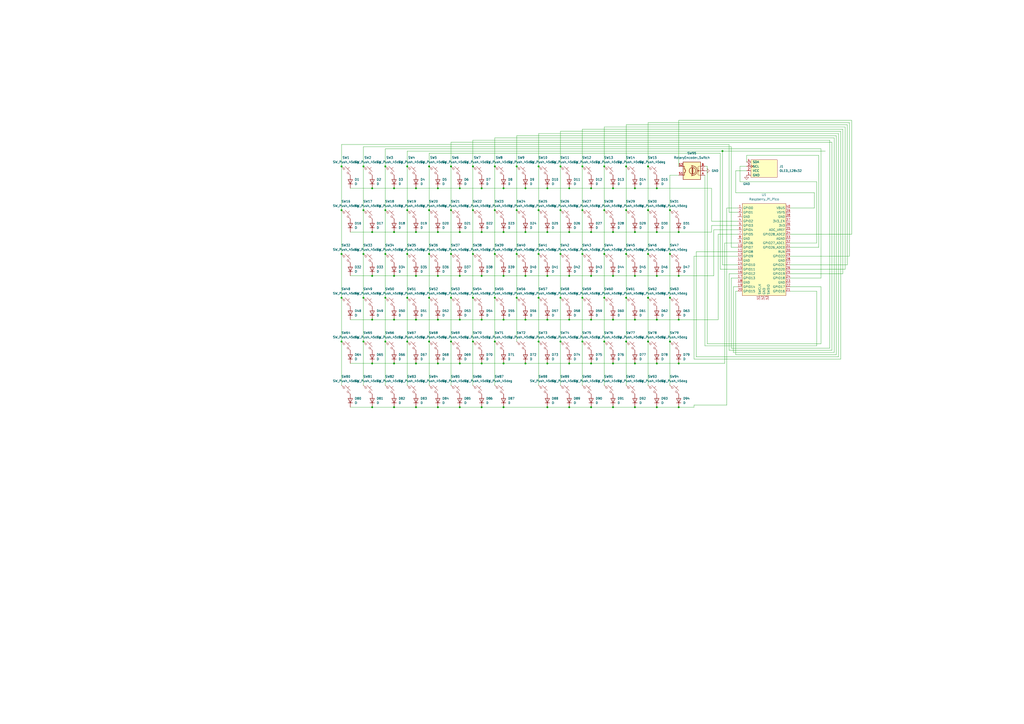
<source format=kicad_sch>
(kicad_sch (version 20231120) (generator "eeschema") (generator_version "8.0")
  (paper "A2")
  (lib_symbols
    (symbol "Device:D" (pin_numbers hide) (pin_names (offset 1.016) hide)
      (property "Reference" "D" (at 0 2.54 0))
      (property "Value" "D" (at 0 -2.54 0))
      (symbol "D_1_1"
        (pin passive line (at -3.81 0 0) (length 2.54) (name "K") (number "1"))
        (pin passive line (at 3.81 0 180) (length 2.54) (name "A") (number "2"))
      )
    )
    (symbol "Device:RotaryEncoder_Switch" (pin_names (offset 0.254) hide)
      (property "Reference" "SW" (at 0 6.604 0))
      (property "Value" "RotaryEncoder_Switch" (at 0 -6.604 0))
      (symbol "RotaryEncoder_Switch_1_1"
        (pin passive line (at -7.62 2.54 0) (length 2.54) (name "A") (number "A"))
        (pin passive line (at -7.62 -2.54 0) (length 2.54) (name "B") (number "B"))
        (pin passive line (at -7.62 0 0) (length 2.54) (name "C") (number "C"))
        (pin passive line (at 7.62 2.54 180) (length 2.54) (name "S1") (number "S1"))
        (pin passive line (at 7.62 -2.54 180) (length 2.54) (name "S2") (number "S2"))
      )
    )
    (symbol "MAX17048:MCU_Raspberry_Pi_Pico"
      (property "Reference" "U" (at 0 0 0))
      (property "Value" "Raspberry_Pi_Pico" (at 0 27.94 0))
      (symbol "MCU_Raspberry_Pi_Pico_1_1"
        (pin bidirectional line (at -15.24 24.13 0) (length 2.54) (name "GPIO0") (number "1"))
        (pin bidirectional line (at -15.24 1.27 0) (length 2.54) (name "GPIO7") (number "10"))
        (pin bidirectional line (at -15.24 -1.27 0) (length 2.54) (name "GPIO8") (number "11"))
        (pin bidirectional line (at -15.24 -3.81 0) (length 2.54) (name "GPIO9") (number "12"))
        (pin power_in line (at -15.24 -6.35 0) (length 2.54) (name "GND") (number "13"))
        (pin bidirectional line (at -15.24 -8.89 0) (length 2.54) (name "GPIO10") (number "14"))
        (pin bidirectional line (at -15.24 -11.43 0) (length 2.54) (name "GPIO11") (number "15"))
        (pin bidirectional line (at -15.24 -13.97 0) (length 2.54) (name "GPIO12") (number "16"))
        (pin bidirectional line (at -15.24 -16.51 0) (length 2.54) (name "GPIO13") (number "17"))
        (pin power_in line (at -15.24 -19.05 0) (length 2.54) (name "GND") (number "18"))
        (pin bidirectional line (at -15.24 -21.59 0) (length 2.54) (name "GPIO14") (number "19"))
        (pin bidirectional line (at -15.24 21.59 0) (length 2.54) (name "GPIO1") (number "2"))
        (pin bidirectional line (at -15.24 -24.13 0) (length 2.54) (name "GPIO15") (number "20"))
        (pin bidirectional line (at 15.24 -24.13 180) (length 2.54) (name "GPIO16") (number "21"))
        (pin bidirectional line (at 15.24 -21.59 180) (length 2.54) (name "GPIO17") (number "22"))
        (pin power_in line (at 15.24 -19.05 180) (length 2.54) (name "GND") (number "23"))
        (pin bidirectional line (at 15.24 -16.51 180) (length 2.54) (name "GPIO18") (number "24"))
        (pin bidirectional line (at 15.24 -13.97 180) (length 2.54) (name "GPIO19") (number "25"))
        (pin bidirectional line (at 15.24 -11.43 180) (length 2.54) (name "GPIO20") (number "26"))
        (pin bidirectional line (at 15.24 -8.89 180) (length 2.54) (name "GPIO21") (number "27"))
        (pin power_in line (at 15.24 -6.35 180) (length 2.54) (name "GND") (number "28"))
        (pin bidirectional line (at 15.24 -3.81 180) (length 2.54) (name "GPIO22") (number "29"))
        (pin power_in line (at -15.24 19.05 0) (length 2.54) (name "GND") (number "3"))
        (pin input line (at 15.24 -1.27 180) (length 2.54) (name "RUN") (number "30"))
        (pin bidirectional line (at 15.24 1.27 180) (length 2.54) (name "GPIO26_ADC0") (number "31"))
        (pin bidirectional line (at 15.24 3.81 180) (length 2.54) (name "GPIO27_ADC1") (number "32"))
        (pin power_in line (at 15.24 6.35 180) (length 2.54) (name "AGND") (number "33"))
        (pin bidirectional line (at 15.24 8.89 180) (length 2.54) (name "GPIO28_ADC2") (number "34"))
        (pin power_in line (at 15.24 11.43 180) (length 2.54) (name "ADC_VREF") (number "35"))
        (pin power_in line (at 15.24 13.97 180) (length 2.54) (name "3V3") (number "36"))
        (pin input line (at 15.24 16.51 180) (length 2.54) (name "3V3_EN") (number "37"))
        (pin bidirectional line (at 15.24 19.05 180) (length 2.54) (name "GND") (number "38"))
        (pin power_in line (at 15.24 21.59 180) (length 2.54) (name "VSYS") (number "39"))
        (pin bidirectional line (at -15.24 16.51 0) (length 2.54) (name "GPIO2") (number "4"))
        (pin power_in line (at 15.24 24.13 180) (length 2.54) (name "VBUS") (number "40"))
        (pin input line (at -2.54 -29.21 90) (length 2.54) (name "SWCLK") (number "41"))
        (pin power_in line (at 0 -29.21 90) (length 2.54) (name "GND") (number "42"))
        (pin bidirectional line (at 2.54 -29.21 90) (length 2.54) (name "SWDIO") (number "43"))
        (pin bidirectional line (at -15.24 13.97 0) (length 2.54) (name "GPIO3") (number "5"))
        (pin bidirectional line (at -15.24 11.43 0) (length 2.54) (name "GPIO4") (number "6"))
        (pin bidirectional line (at -15.24 8.89 0) (length 2.54) (name "GPIO5") (number "7"))
        (pin power_in line (at -15.24 6.35 0) (length 2.54) (name "GND") (number "8"))
        (pin bidirectional line (at -15.24 3.81 0) (length 2.54) (name "GPIO6") (number "9"))
      )
    )
    (symbol "MAX17048:OLED_128x32" (pin_names (offset 1.016))
      (property "Reference" "J" (at 0 -6.35 0))
      (property "Value" "OLED_128x32" (at 0 6.35 0))
      (symbol "OLED_128x32_1_1"
        (pin power_in line (at -2.54 -3.81 0) (length 2.54) (name "GND") (number "1"))
        (pin power_in line (at -2.54 -1.27 0) (length 2.54) (name "VCC") (number "2"))
        (pin input clock (at -2.54 1.27 0) (length 2.54) (name "SCL") (number "3"))
        (pin bidirectional line (at -2.54 3.81 0) (length 2.54) (name "SDA") (number "4"))
      )
    )
    (symbol "Switch:SW_Push_45deg" (pin_numbers hide) (pin_names (offset 1.016) hide)
      (property "Reference" "SW" (at 3.048 1.016 0))
      (property "Value" "SW_Push_45deg" (at 0 -3.81 0))
      (symbol "SW_Push_45deg_0_1"
        (pin passive line (at -2.54 2.54 0) (length 0) (name "1") (number "1"))
        (pin passive line (at 2.54 -2.54 180) (length 0) (name "2") (number "2"))
      )
    )
    (symbol "power:GND" (power) (pin_numbers hide) (pin_names (offset 0) hide)
      (property "Value" "GND" (at 0 -3.81 0))
      (symbol "GND_1_1"
        (pin power_in line (at 0 0 270) (length 0) (name "~") (number "1"))
      )
    )
  )
  (junction (at 304.8 134.62))
  (junction (at 355.6 134.62))
  (junction (at 261.62 198.12))
  (junction (at 317.5 134.62))
  (junction (at 388.62 121.92))
  (junction (at 304.8 160.02))
  (junction (at 292.1 134.62))
  (junction (at 342.9 210.82))
  (junction (at 248.92 121.92))
  (junction (at 312.42 96.52))
  (junction (at 317.5 185.42))
  (junction (at 350.52 198.12))
  (junction (at 215.9 160.02))
  (junction (at 210.82 198.12))
  (junction (at 236.22 172.72))
  (junction (at 381 210.82))
  (junction (at 228.6 134.62))
  (junction (at 228.6 210.82))
  (junction (at 223.52 172.72))
  (junction (at 248.92 172.72))
  (junction (at 261.62 96.52))
  (junction (at 381 160.02))
  (junction (at 363.22 172.72))
  (junction (at 337.82 96.52))
  (junction (at 312.42 198.12))
  (junction (at 279.4 236.22))
  (junction (at 292.1 160.02))
  (junction (at 368.3 160.02))
  (junction (at 287.02 172.72))
  (junction (at 317.5 236.22))
  (junction (at 254 134.62))
  (junction (at 241.3 134.62))
  (junction (at 241.3 210.82))
  (junction (at 279.4 210.82))
  (junction (at 342.9 109.22))
  (junction (at 337.82 198.12))
  (junction (at 393.7 210.82))
  (junction (at 350.52 96.52))
  (junction (at 279.4 109.22))
  (junction (at 223.52 121.92))
  (junction (at 248.92 96.52))
  (junction (at 274.32 96.52))
  (junction (at 248.92 198.12))
  (junction (at 279.4 160.02))
  (junction (at 419.1 87.63))
  (junction (at 381 134.62))
  (junction (at 236.22 198.12))
  (junction (at 287.02 147.32))
  (junction (at 342.9 134.62))
  (junction (at 274.32 121.92))
  (junction (at 393.7 236.22))
  (junction (at 317.5 210.82))
  (junction (at 287.02 121.92))
  (junction (at 355.6 236.22))
  (junction (at 342.9 185.42))
  (junction (at 210.82 147.32))
  (junction (at 215.9 236.22))
  (junction (at 228.6 109.22))
  (junction (at 393.7 160.02))
  (junction (at 355.6 210.82))
  (junction (at 325.12 172.72))
  (junction (at 393.7 134.62))
  (junction (at 299.72 172.72))
  (junction (at 228.6 185.42))
  (junction (at 223.52 96.52))
  (junction (at 261.62 172.72))
  (junction (at 304.8 210.82))
  (junction (at 223.52 198.12))
  (junction (at 215.9 210.82))
  (junction (at 198.12 96.52))
  (junction (at 287.02 198.12))
  (junction (at 215.9 134.62))
  (junction (at 363.22 198.12))
  (junction (at 350.52 121.92))
  (junction (at 261.62 121.92))
  (junction (at 330.2 210.82))
  (junction (at 330.2 134.62))
  (junction (at 241.3 109.22))
  (junction (at 330.2 160.02))
  (junction (at 210.82 172.72))
  (junction (at 266.7 236.22))
  (junction (at 350.52 147.32))
  (junction (at 312.42 121.92))
  (junction (at 198.12 121.92))
  (junction (at 254 210.82))
  (junction (at 198.12 198.12))
  (junction (at 375.92 198.12))
  (junction (at 210.82 96.52))
  (junction (at 368.3 210.82))
  (junction (at 241.3 185.42))
  (junction (at 375.92 96.52))
  (junction (at 198.12 147.32))
  (junction (at 292.1 185.42))
  (junction (at 215.9 185.42))
  (junction (at 274.32 172.72))
  (junction (at 292.1 236.22))
  (junction (at 375.92 147.32))
  (junction (at 266.7 109.22))
  (junction (at 248.92 147.32))
  (junction (at 228.6 160.02))
  (junction (at 236.22 147.32))
  (junction (at 381 185.42))
  (junction (at 304.8 185.42))
  (junction (at 368.3 185.42))
  (junction (at 254 236.22))
  (junction (at 266.7 210.82))
  (junction (at 355.6 109.22))
  (junction (at 368.3 109.22))
  (junction (at 299.72 96.52))
  (junction (at 228.6 236.22))
  (junction (at 304.8 109.22))
  (junction (at 279.4 134.62))
  (junction (at 375.92 172.72))
  (junction (at 325.12 147.32))
  (junction (at 299.72 147.32))
  (junction (at 210.82 121.92))
  (junction (at 266.7 185.42))
  (junction (at 363.22 96.52))
  (junction (at 355.6 185.42))
  (junction (at 350.52 172.72))
  (junction (at 325.12 198.12))
  (junction (at 330.2 236.22))
  (junction (at 266.7 134.62))
  (junction (at 254 109.22))
  (junction (at 388.62 198.12))
  (junction (at 261.62 147.32))
  (junction (at 337.82 147.32))
  (junction (at 337.82 172.72))
  (junction (at 287.02 96.52))
  (junction (at 317.5 109.22))
  (junction (at 215.9 109.22))
  (junction (at 330.2 109.22))
  (junction (at 292.1 109.22))
  (junction (at 381 236.22))
  (junction (at 342.9 160.02))
  (junction (at 254 185.42))
  (junction (at 236.22 96.52))
  (junction (at 388.62 172.72))
  (junction (at 279.4 185.42))
  (junction (at 241.3 236.22))
  (junction (at 388.62 147.32))
  (junction (at 198.12 172.72))
  (junction (at 241.3 160.02))
  (junction (at 254 160.02))
  (junction (at 393.7 185.42))
  (junction (at 325.12 121.92))
  (junction (at 355.6 160.02))
  (junction (at 274.32 198.12))
  (junction (at 381 109.22))
  (junction (at 312.42 147.32))
  (junction (at 317.5 160.02))
  (junction (at 330.2 185.42))
  (junction (at 325.12 96.52))
  (junction (at 337.82 121.92))
  (junction (at 266.7 160.02))
  (junction (at 299.72 121.92))
  (junction (at 236.22 121.92))
  (junction (at 368.3 236.22))
  (junction (at 363.22 121.92))
  (junction (at 292.1 210.82))
  (junction (at 363.22 147.32))
  (junction (at 375.92 121.92))
  (junction (at 342.9 236.22))
  (junction (at 312.42 172.72))
  (junction (at 223.52 147.32))
  (junction (at 368.3 134.62))
  (junction (at 274.32 147.32))
  (wire (pts (xy 412.75 134.62) (xy 412.75 130.81)))
  (wire (pts (xy 337.82 74.93) (xy 488.95 74.93)))
  (wire (pts (xy 248.92 121.92) (xy 248.92 147.32)))
  (wire (pts (xy 337.82 96.52) (xy 337.82 121.92)))
  (wire (pts (xy 279.4 109.22) (xy 292.1 109.22)))
  (wire (pts (xy 458.47 140.97) (xy 473.71 140.97)))
  (wire (pts (xy 427.99 168.91) (xy 426.72 168.91)))
  (wire (pts (xy 274.32 198.12) (xy 274.32 172.72)))
  (wire (pts (xy 342.9 109.22) (xy 355.6 109.22)))
  (wire (pts (xy 355.6 160.02) (xy 368.3 160.02)))
  (wire (pts (xy 299.72 78.74) (xy 299.72 96.52)))
  (wire (pts (xy 304.8 160.02) (xy 317.5 160.02)))
  (wire (pts (xy 215.9 109.22) (xy 228.6 109.22)))
  (wire (pts (xy 325.12 121.92) (xy 325.12 147.32)))
  (wire (pts (xy 210.82 198.12) (xy 210.82 223.52)))
  (wire (pts (xy 198.12 83.82) (xy 422.91 83.82)))
  (wire (pts (xy 483.87 80.01) (xy 483.87 204.47)))
  (wire (pts (xy 492.76 71.12) (xy 375.92 71.12)))
  (wire (pts (xy 424.18 201.93) (xy 481.33 201.93)))
  (wire (pts (xy 330.2 210.82) (xy 342.9 210.82)))
  (wire (pts (xy 342.9 134.62) (xy 355.6 134.62)))
  (wire (pts (xy 414.02 160.02) (xy 414.02 133.35)))
  (wire (pts (xy 210.82 172.72) (xy 210.82 198.12)))
  (wire (pts (xy 350.52 223.52) (xy 350.52 198.12)))
  (wire (pts (xy 279.4 134.62) (xy 292.1 134.62)))
  (wire (pts (xy 363.22 147.32) (xy 363.22 172.72)))
  (wire (pts (xy 292.1 185.42) (xy 304.8 185.42)))
  (wire (pts (xy 393.7 134.62) (xy 412.75 134.62)))
  (wire (pts (xy 417.83 88.9) (xy 417.83 156.21)))
  (wire (pts (xy 223.52 96.52) (xy 223.52 86.36)))
  (wire (pts (xy 426.72 99.06) (xy 426.72 111.76)))
  (wire (pts (xy 410.21 199.39) (xy 410.21 96.52)))
  (wire (pts (xy 393.7 96.52) (xy 393.7 69.85)))
  (wire (pts (xy 330.2 185.42) (xy 342.9 185.42)))
  (wire (pts (xy 368.3 160.02) (xy 381 160.02)))
  (wire (pts (xy 325.12 147.32) (xy 325.12 172.72)))
  (wire (pts (xy 241.3 210.82) (xy 254 210.82)))
  (wire (pts (xy 203.2 160.02) (xy 215.9 160.02)))
  (wire (pts (xy 422.91 83.82) (xy 422.91 123.19)))
  (wire (pts (xy 198.12 172.72) (xy 198.12 198.12)))
  (wire (pts (xy 393.7 185.42) (xy 416.56 185.42)))
  (wire (pts (xy 425.45 204.47) (xy 425.45 166.37)))
  (wire (pts (xy 458.47 148.59) (xy 492.76 148.59)))
  (wire (pts (xy 236.22 121.92) (xy 236.22 96.52)))
  (wire (pts (xy 261.62 96.52) (xy 261.62 121.92)))
  (wire (pts (xy 210.82 96.52) (xy 210.82 85.09)))
  (wire (pts (xy 375.92 223.52) (xy 375.92 198.12)))
  (wire (pts (xy 292.1 210.82) (xy 304.8 210.82)))
  (wire (pts (xy 274.32 81.28) (xy 274.32 96.52)))
  (wire (pts (xy 292.1 236.22) (xy 317.5 236.22)))
  (wire (pts (xy 363.22 121.92) (xy 363.22 147.32)))
  (wire (pts (xy 241.3 109.22) (xy 254 109.22)))
  (wire (pts (xy 215.9 236.22) (xy 228.6 236.22)))
  (wire (pts (xy 487.68 208.28) (xy 487.68 76.2)))
  (wire (pts (xy 317.5 160.02) (xy 330.2 160.02)))
  (wire (pts (xy 223.52 121.92) (xy 223.52 147.32)))
  (wire (pts (xy 414.02 133.35) (xy 427.99 133.35)))
  (wire (pts (xy 304.8 109.22) (xy 317.5 109.22)))
  (wire (pts (xy 287.02 96.52) (xy 287.02 121.92)))
  (wire (pts (xy 304.8 134.62) (xy 317.5 134.62)))
  (wire (pts (xy 491.49 72.39) (xy 491.49 153.67)))
  (wire (pts (xy 228.6 185.42) (xy 241.3 185.42)))
  (wire (pts (xy 261.62 172.72) (xy 261.62 198.12)))
  (wire (pts (xy 402.59 234.95) (xy 402.59 236.22)))
  (wire (pts (xy 474.98 90.17) (xy 474.98 143.51)))
  (wire (pts (xy 203.2 134.62) (xy 215.9 134.62)))
  (wire (pts (xy 388.62 147.32) (xy 388.62 172.72)))
  (wire (pts (xy 241.3 160.02) (xy 254 160.02)))
  (wire (pts (xy 375.92 147.32) (xy 375.92 121.92)))
  (wire (pts (xy 473.71 200.66) (xy 473.71 168.91)))
  (wire (pts (xy 417.83 156.21) (xy 427.99 156.21)))
  (wire (pts (xy 266.7 109.22) (xy 279.4 109.22)))
  (wire (pts (xy 312.42 77.47) (xy 486.41 77.47)))
  (wire (pts (xy 421.64 120.65) (xy 421.64 234.95)))
  (wire (pts (xy 292.1 134.62) (xy 304.8 134.62)))
  (wire (pts (xy 287.02 198.12) (xy 287.02 223.52)))
  (wire (pts (xy 248.92 198.12) (xy 248.92 223.52)))
  (wire (pts (xy 304.8 210.82) (xy 317.5 210.82)))
  (wire (pts (xy 420.37 210.82) (xy 420.37 140.97)))
  (wire (pts (xy 420.37 140.97) (xy 427.99 140.97)))
  (wire (pts (xy 422.91 158.75) (xy 427.99 158.75)))
  (wire (pts (xy 424.18 143.51) (xy 427.99 143.51)))
  (wire (pts (xy 261.62 121.92) (xy 261.62 147.32)))
  (wire (pts (xy 236.22 87.63) (xy 419.1 87.63)))
  (wire (pts (xy 215.9 185.42) (xy 228.6 185.42)))
  (wire (pts (xy 266.7 134.62) (xy 279.4 134.62)))
  (wire (pts (xy 422.91 203.2) (xy 422.91 158.75)))
  (wire (pts (xy 236.22 172.72) (xy 236.22 147.32)))
  (wire (pts (xy 312.42 121.92) (xy 312.42 96.52)))
  (wire (pts (xy 486.41 207.01) (xy 403.86 207.01)))
  (wire (pts (xy 330.2 134.62) (xy 342.9 134.62)))
  (wire (pts (xy 408.94 101.6) (xy 408.94 200.66)))
  (wire (pts (xy 388.62 172.72) (xy 388.62 198.12)))
  (wire (pts (xy 287.02 96.52) (xy 287.02 80.01)))
  (wire (pts (xy 402.59 148.59) (xy 402.59 208.28)))
  (wire (pts (xy 473.71 140.97) (xy 473.71 105.41)))
  (wire (pts (xy 279.4 185.42) (xy 292.1 185.42)))
  (wire (pts (xy 368.3 236.22) (xy 381 236.22)))
  (wire (pts (xy 198.12 121.92) (xy 198.12 147.32)))
  (wire (pts (xy 424.18 161.29) (xy 424.18 201.93)))
  (wire (pts (xy 299.72 147.32) (xy 299.72 172.72)))
  (wire (pts (xy 317.5 236.22) (xy 330.2 236.22)))
  (wire (pts (xy 241.3 134.62) (xy 254 134.62)))
  (wire (pts (xy 337.82 198.12) (xy 337.82 223.52)))
  (wire (pts (xy 342.9 160.02) (xy 355.6 160.02)))
  (wire (pts (xy 472.44 111.76) (xy 472.44 120.65)))
  (wire (pts (xy 473.71 168.91) (xy 458.47 168.91)))
  (wire (pts (xy 368.3 185.42) (xy 381 185.42)))
  (wire (pts (xy 492.76 148.59) (xy 492.76 71.12)))
  (wire (pts (xy 223.52 147.32) (xy 223.52 172.72)))
  (wire (pts (xy 355.6 185.42) (xy 368.3 185.42)))
  (wire (pts (xy 355.6 109.22) (xy 368.3 109.22)))
  (wire (pts (xy 287.02 147.32) (xy 287.02 172.72)))
  (wire (pts (xy 228.6 134.62) (xy 241.3 134.62)))
  (wire (pts (xy 228.6 236.22) (xy 241.3 236.22)))
  (wire (pts (xy 198.12 96.52) (xy 198.12 121.92)))
  (wire (pts (xy 482.6 203.2) (xy 422.91 203.2)))
  (wire (pts (xy 368.3 210.82) (xy 381 210.82)))
  (wire (pts (xy 473.71 105.41) (xy 429.26 105.41)))
  (wire (pts (xy 266.7 210.82) (xy 279.4 210.82)))
  (wire (pts (xy 266.7 185.42) (xy 279.4 185.42)))
  (wire (pts (xy 419.1 153.67) (xy 427.99 153.67)))
  (wire (pts (xy 292.1 160.02) (xy 304.8 160.02)))
  (wire (pts (xy 266.7 160.02) (xy 279.4 160.02)))
  (wire (pts (xy 403.86 207.01) (xy 403.86 146.05)))
  (wire (pts (xy 410.21 96.52) (xy 408.94 96.52)))
  (wire (pts (xy 330.2 236.22) (xy 342.9 236.22)))
  (wire (pts (xy 412.75 109.22) (xy 412.75 128.27)))
  (wire (pts (xy 363.22 198.12) (xy 363.22 223.52)))
  (wire (pts (xy 274.32 121.92) (xy 274.32 96.52)))
  (wire (pts (xy 299.72 172.72) (xy 299.72 198.12)))
  (wire (pts (xy 350.52 73.66) (xy 350.52 96.52)))
  (wire (pts (xy 350.52 147.32) (xy 350.52 121.92)))
  (wire (pts (xy 363.22 172.72) (xy 363.22 198.12)))
  (wire (pts (xy 317.5 210.82) (xy 330.2 210.82)))
  (wire (pts (xy 266.7 236.22) (xy 279.4 236.22)))
  (wire (pts (xy 312.42 96.52) (xy 312.42 77.47)))
  (wire (pts (xy 476.25 86.36) (xy 476.25 161.29)))
  (wire (pts (xy 424.18 85.09) (xy 424.18 143.51)))
  (wire (pts (xy 279.4 210.82) (xy 292.1 210.82)))
  (wire (pts (xy 203.2 210.82) (xy 215.9 210.82)))
  (wire (pts (xy 363.22 96.52) (xy 363.22 121.92)))
  (wire (pts (xy 228.6 210.82) (xy 241.3 210.82)))
  (wire (pts (xy 416.56 135.89) (xy 416.56 185.42)))
  (wire (pts (xy 325.12 172.72) (xy 325.12 198.12)))
  (wire (pts (xy 337.82 147.32) (xy 337.82 172.72)))
  (wire (pts (xy 342.9 236.22) (xy 355.6 236.22)))
  (wire (pts (xy 198.12 147.32) (xy 198.12 172.72)))
  (wire (pts (xy 325.12 198.12) (xy 325.12 223.52)))
  (wire (pts (xy 388.62 101.6) (xy 388.62 121.92)))
  (wire (pts (xy 425.45 166.37) (xy 427.99 166.37)))
  (wire (pts (xy 241.3 185.42) (xy 254 185.42)))
  (wire (pts (xy 254 185.42) (xy 266.7 185.42)))
  (wire (pts (xy 248.92 96.52) (xy 248.92 121.92)))
  (wire (pts (xy 355.6 210.82) (xy 368.3 210.82)))
  (wire (pts (xy 342.9 185.42) (xy 355.6 185.42)))
  (wire (pts (xy 476.25 161.29) (xy 458.47 161.29)))
  (wire (pts (xy 254 160.02) (xy 266.7 160.02)))
  (wire (pts (xy 427.99 135.89) (xy 416.56 135.89)))
  (wire (pts (xy 215.9 210.82) (xy 228.6 210.82)))
  (wire (pts (xy 350.52 198.12) (xy 350.52 172.72)))
  (wire (pts (xy 299.72 121.92) (xy 299.72 147.32)))
  (wire (pts (xy 254 210.82) (xy 266.7 210.82)))
  (wire (pts (xy 254 109.22) (xy 266.7 109.22)))
  (wire (pts (xy 426.72 111.76) (xy 472.44 111.76)))
  (wire (pts (xy 312.42 172.72) (xy 312.42 147.32)))
  (wire (pts (xy 198.12 96.52) (xy 198.12 83.82)))
  (wire (pts (xy 337.82 96.52) (xy 337.82 74.93)))
  (wire (pts (xy 426.72 168.91) (xy 426.72 205.74)))
  (wire (pts (xy 312.42 198.12) (xy 312.42 172.72)))
  (wire (pts (xy 215.9 160.02) (xy 228.6 160.02)))
  (wire (pts (xy 429.26 105.41) (xy 429.26 96.52)))
  (wire (pts (xy 248.92 88.9) (xy 417.83 88.9)))
  (wire (pts (xy 248.92 147.32) (xy 248.92 172.72)))
  (wire (pts (xy 254 134.62) (xy 266.7 134.62)))
  (wire (pts (xy 481.33 81.28) (xy 274.32 81.28)))
  (wire (pts (xy 223.52 172.72) (xy 223.52 198.12)))
  (wire (pts (xy 486.41 77.47) (xy 486.41 207.01)))
  (wire (pts (xy 490.22 73.66) (xy 350.52 73.66)))
  (wire (pts (xy 355.6 236.22) (xy 368.3 236.22)))
  (wire (pts (xy 287.02 172.72) (xy 287.02 198.12)))
  (wire (pts (xy 236.22 147.32) (xy 236.22 121.92)))
  (wire (pts (xy 427.99 161.29) (xy 424.18 161.29)))
  (wire (pts (xy 421.64 234.95) (xy 402.59 234.95)))
  (wire (pts (xy 403.86 146.05) (xy 427.99 146.05)))
  (wire (pts (xy 494.03 135.89) (xy 458.47 135.89)))
  (wire (pts (xy 330.2 109.22) (xy 342.9 109.22)))
  (wire (pts (xy 458.47 166.37) (xy 476.25 166.37)))
  (wire (pts (xy 274.32 172.72) (xy 274.32 147.32)))
  (wire (pts (xy 381 210.82) (xy 393.7 210.82)))
  (wire (pts (xy 292.1 109.22) (xy 304.8 109.22)))
  (wire (pts (xy 381 160.02) (xy 393.7 160.02)))
  (wire (pts (xy 388.62 121.92) (xy 388.62 147.32)))
  (wire (pts (xy 317.5 185.42) (xy 330.2 185.42)))
  (wire (pts (xy 337.82 121.92) (xy 337.82 147.32)))
  (wire (pts (xy 287.02 121.92) (xy 287.02 147.32)))
  (wire (pts (xy 279.4 160.02) (xy 292.1 160.02)))
  (wire (pts (xy 228.6 160.02) (xy 241.3 160.02)))
  (wire (pts (xy 355.6 134.62) (xy 368.3 134.62)))
  (wire (pts (xy 388.62 198.12) (xy 388.62 223.52)))
  (wire (pts (xy 279.4 236.22) (xy 292.1 236.22)))
  (wire (pts (xy 228.6 109.22) (xy 241.3 109.22)))
  (wire (pts (xy 312.42 147.32) (xy 312.42 121.92)))
  (wire (pts (xy 393.7 160.02) (xy 414.02 160.02)))
  (wire (pts (xy 393.7 236.22) (xy 402.59 236.22)))
  (wire (pts (xy 198.12 198.12) (xy 198.12 223.52)))
  (wire (pts (xy 261.62 147.32) (xy 261.62 172.72)))
  (wire (pts (xy 350.52 172.72) (xy 350.52 147.32)))
  (wire (pts (xy 419.1 87.63) (xy 478.79 87.63)))
  (wire (pts (xy 402.59 208.28) (xy 487.68 208.28)))
  (wire (pts (xy 317.5 109.22) (xy 330.2 109.22)))
  (wire (pts (xy 488.95 74.93) (xy 488.95 158.75)))
  (wire (pts (xy 261.62 82.55) (xy 482.6 82.55)))
  (wire (pts (xy 433.07 93.98) (xy 433.07 90.17)))
  (wire (pts (xy 330.2 160.02) (xy 342.9 160.02)))
  (wire (pts (xy 210.82 121.92) (xy 210.82 147.32)))
  (wire (pts (xy 325.12 76.2) (xy 325.12 96.52)))
  (wire (pts (xy 427.99 120.65) (xy 421.64 120.65)))
  (wire (pts (xy 325.12 96.52) (xy 325.12 121.92)))
  (wire (pts (xy 491.49 153.67) (xy 458.47 153.67)))
  (wire (pts (xy 485.14 78.74) (xy 299.72 78.74)))
  (wire (pts (xy 458.47 156.21) (xy 490.22 156.21)))
  (wire (pts (xy 433.07 90.17) (xy 474.98 90.17)))
  (wire (pts (xy 490.22 156.21) (xy 490.22 73.66)))
  (wire (pts (xy 210.82 147.32) (xy 210.82 172.72)))
  (wire (pts (xy 248.92 96.52) (xy 248.92 88.9)))
  (wire (pts (xy 427.99 148.59) (xy 402.59 148.59)))
  (wire (pts (xy 482.6 82.55) (xy 482.6 203.2)))
  (wire (pts (xy 433.07 99.06) (xy 426.72 99.06)))
  (wire (pts (xy 419.1 87.63) (xy 419.1 153.67)))
  (wire (pts (xy 363.22 96.52) (xy 363.22 72.39)))
  (wire (pts (xy 485.14 205.74) (xy 485.14 78.74)))
  (wire (pts (xy 236.22 198.12) (xy 236.22 172.72)))
  (wire (pts (xy 375.92 172.72) (xy 375.92 147.32)))
  (wire (pts (xy 317.5 134.62) (xy 330.2 134.62)))
  (wire (pts (xy 215.9 134.62) (xy 228.6 134.62)))
  (wire (pts (xy 236.22 96.52) (xy 236.22 87.63)))
  (wire (pts (xy 203.2 109.22) (xy 215.9 109.22)))
  (wire (pts (xy 241.3 236.22) (xy 254 236.22)))
  (wire (pts (xy 203.2 185.42) (xy 215.9 185.42)))
  (wire (pts (xy 425.45 204.47) (xy 483.87 204.47)))
  (wire (pts (xy 481.33 81.28) (xy 481.33 201.93)))
  (wire (pts (xy 375.92 121.92) (xy 375.92 96.52)))
  (wire (pts (xy 299.72 96.52) (xy 299.72 121.92)))
  (wire (pts (xy 248.92 172.72) (xy 248.92 198.12)))
  (wire (pts (xy 287.02 80.01) (xy 483.87 80.01)))
  (wire (pts (xy 223.52 96.52) (xy 223.52 121.92)))
  (wire (pts (xy 236.22 223.52) (xy 236.22 198.12)))
  (wire (pts (xy 393.7 210.82) (xy 420.37 210.82)))
  (wire (pts (xy 368.3 134.62) (xy 381 134.62)))
  (wire (pts (xy 261.62 198.12) (xy 261.62 223.52)))
  (wire (pts (xy 412.75 130.81) (xy 427.99 130.81)))
  (wire (pts (xy 412.75 128.27) (xy 427.99 128.27)))
  (wire (pts (xy 381 236.22) (xy 393.7 236.22)))
  (wire (pts (xy 408.94 200.66) (xy 473.71 200.66)))
  (wire (pts (xy 363.22 72.39) (xy 491.49 72.39)))
  (wire (pts (xy 304.8 185.42) (xy 317.5 185.42)))
  (wire (pts (xy 393.7 69.85) (xy 494.03 69.85)))
  (wire (pts (xy 274.32 223.52) (xy 274.32 198.12)))
  (wire (pts (xy 261.62 96.52) (xy 261.62 82.55)))
  (wire (pts (xy 476.25 166.37) (xy 476.25 199.39)))
  (wire (pts (xy 426.72 205.74) (xy 485.14 205.74)))
  (wire (pts (xy 393.7 101.6) (xy 388.62 101.6)))
  (wire (pts (xy 210.82 85.09) (xy 424.18 85.09)))
  (wire (pts (xy 494.03 69.85) (xy 494.03 135.89)))
  (wire (pts (xy 429.26 96.52) (xy 433.07 96.52)))
  (wire (pts (xy 375.92 71.12) (xy 375.92 96.52)))
  (wire (pts (xy 312.42 223.52) (xy 312.42 198.12)))
  (wire (pts (xy 422.91 123.19) (xy 427.99 123.19)))
  (wire (pts (xy 223.52 198.12) (xy 223.52 223.52)))
  (wire (pts (xy 476.25 199.39) (xy 410.21 199.39)))
  (wire (pts (xy 381 109.22) (xy 412.75 109.22)))
  (wire (pts (xy 472.44 120.65) (xy 458.47 120.65)))
  (wire (pts (xy 375.92 198.12) (xy 375.92 172.72)))
  (wire (pts (xy 274.32 147.32) (xy 274.32 121.92)))
  (wire (pts (xy 223.52 86.36) (xy 476.25 86.36)))
  (wire (pts (xy 381 185.42) (xy 393.7 185.42)))
  (wire (pts (xy 381 134.62) (xy 393.7 134.62)))
  (wire (pts (xy 337.82 172.72) (xy 337.82 198.12)))
  (wire (pts (xy 342.9 210.82) (xy 355.6 210.82)))
  (wire (pts (xy 210.82 96.52) (xy 210.82 121.92)))
  (wire (pts (xy 368.3 109.22) (xy 381 109.22)))
  (wire (pts (xy 203.2 236.22) (xy 215.9 236.22)))
  (wire (pts (xy 488.95 158.75) (xy 458.47 158.75)))
  (wire (pts (xy 254 236.22) (xy 266.7 236.22)))
  (wire (pts (xy 487.68 76.2) (xy 325.12 76.2)))
  (wire (pts (xy 350.52 96.52) (xy 350.52 121.92)))
  (wire (pts (xy 474.98 143.51) (xy 458.47 143.51)))
  (symbol (lib_id "Switch:SW_Push_45deg") (at 276.86 200.66 0) (unit 1)
    (property "Reference" "SW70" (at 276.86 193.04 0))
    (property "Value" "SW_Push_45deg" (at 276.86 195.58 0))
    (property "Footprint" "ScottoKeebs_Hotswap:Hotswap_MX_1.50u" (effects (hide yes)))
    (property "Description" "Push button switch, normally open, two pins, 45° tilted" (effects (hide yes)))
  )
  (symbol (lib_id "Switch:SW_Push_45deg") (at 251.46 226.06 0) (unit 1)
    (property "Reference" "SW84" (at 251.46 218.44 0))
    (property "Value" "SW_Push_45deg" (at 251.46 220.98 0))
    (property "Footprint" "ScottoKeebs_Hotswap:Hotswap_MX_1.00u" (effects (hide yes)))
    (property "Description" "Push button switch, normally open, two pins, 45° tilted" (effects (hide yes)))
  )
  (symbol (lib_id "Device:D") (at 381 207.01 90) (unit 1)
    (property "Reference" "D78" (at 383.54 205.7399 90) (effects (justify right)))
    (property "Value" "D" (at 383.54 208.2799 90) (effects (justify right)))
    (property "Footprint" "ScottoKeebs_Components:Diode_SOD-123" (effects (hide yes)))
    (property "Description" "Diode" (effects (hide yes)))
    (property "Sim.Device" "D" (effects (hide yes)))
    (property "Sim.Pins" "1=K 2=A" (effects (hide yes)))
  )
  (symbol (lib_id "Device:D") (at 203.2 130.81 90) (unit 1)
    (property "Reference" "D16" (at 205.74 129.5399 90) (effects (justify right)))
    (property "Value" "D" (at 205.74 132.0799 90) (effects (justify right)))
    (property "Footprint" "ScottoKeebs_Components:Diode_SOD-123" (effects (hide yes)))
    (property "Description" "Diode" (effects (hide yes)))
    (property "Sim.Device" "D" (effects (hide yes)))
    (property "Sim.Pins" "1=K 2=A" (effects (hide yes)))
  )
  (symbol (lib_id "Device:D") (at 393.7 130.81 90) (unit 1)
    (property "Reference" "D31" (at 396.24 129.5399 90) (effects (justify right)))
    (property "Value" "D" (at 396.24 132.0799 90) (effects (justify right)))
    (property "Footprint" "ScottoKeebs_Components:Diode_SOD-123" (effects (hide yes)))
    (property "Description" "Diode" (effects (hide yes)))
    (property "Sim.Device" "D" (effects (hide yes)))
    (property "Sim.Pins" "1=K 2=A" (effects (hide yes)))
  )
  (symbol (lib_id "Device:D") (at 266.7 105.41 90) (unit 1)
    (property "Reference" "D6" (at 269.24 104.1399 90) (effects (justify right)))
    (property "Value" "D" (at 269.24 106.6799 90) (effects (justify right)))
    (property "Footprint" "ScottoKeebs_Components:Diode_SOD-123" (effects (hide yes)))
    (property "Description" "Diode" (effects (hide yes)))
    (property "Sim.Device" "D" (effects (hide yes)))
    (property "Sim.Pins" "1=K 2=A" (effects (hide yes)))
  )
  (symbol (lib_id "Switch:SW_Push_45deg") (at 391.16 149.86 0) (unit 1)
    (property "Reference" "SW47" (at 391.16 142.24 0))
    (property "Value" "SW_Push_45deg" (at 391.16 144.78 0))
    (property "Footprint" "ScottoKeebs_Hotswap:Hotswap_MX_1.00u" (effects (hide yes)))
    (property "Description" "Push button switch, normally open, two pins, 45° tilted" (effects (hide yes)))
  )
  (symbol (lib_id "Switch:SW_Push_45deg") (at 327.66 149.86 0) (unit 1)
    (property "Reference" "SW42" (at 327.66 142.24 0))
    (property "Value" "SW_Push_45deg" (at 327.66 144.78 0))
    (property "Footprint" "ScottoKeebs_Hotswap:Hotswap_MX_1.00u" (effects (hide yes)))
    (property "Description" "Push button switch, normally open, two pins, 45° tilted" (effects (hide yes)))
  )
  (symbol (lib_id "Device:D") (at 393.7 207.01 90) (unit 1)
    (property "Reference" "D79" (at 396.24 205.7399 90) (effects (justify right)))
    (property "Value" "D" (at 396.24 208.2799 90) (effects (justify right)))
    (property "Footprint" "ScottoKeebs_Components:Diode_SOD-123" (effects (hide yes)))
    (property "Description" "Diode" (effects (hide yes)))
    (property "Sim.Device" "D" (effects (hide yes)))
    (property "Sim.Pins" "1=K 2=A" (effects (hide yes)))
  )
  (symbol (lib_id "Device:D") (at 203.2 232.41 90) (unit 1)
    (property "Reference" "D80" (at 205.74 231.1399 90) (effects (justify right)))
    (property "Value" "D" (at 205.74 233.6799 90) (effects (justify right)))
    (property "Footprint" "ScottoKeebs_Components:Diode_SOD-123" (effects (hide yes)))
    (property "Description" "Diode" (effects (hide yes)))
    (property "Sim.Device" "D" (effects (hide yes)))
    (property "Sim.Pins" "1=K 2=A" (effects (hide yes)))
  )
  (symbol (lib_id "Device:D") (at 355.6 156.21 90) (unit 1)
    (property "Reference" "D44" (at 358.14 154.9399 90) (effects (justify right)))
    (property "Value" "D" (at 358.14 157.4799 90) (effects (justify right)))
    (property "Footprint" "ScottoKeebs_Components:Diode_SOD-123" (effects (hide yes)))
    (property "Description" "Diode" (effects (hide yes)))
    (property "Sim.Device" "D" (effects (hide yes)))
    (property "Sim.Pins" "1=K 2=A" (effects (hide yes)))
  )
  (symbol (lib_id "Switch:SW_Push_45deg") (at 264.16 200.66 0) (unit 1)
    (property "Reference" "SW69" (at 264.16 193.04 0))
    (property "Value" "SW_Push_45deg" (at 264.16 195.58 0))
    (property "Footprint" "ScottoKeebs_Hotswap:Hotswap_MX_2.00u" (effects (hide yes)))
    (property "Description" "Push button switch, normally open, two pins, 45° tilted" (effects (hide yes)))
  )
  (symbol (lib_id "Switch:SW_Push_45deg") (at 327.66 99.06 0) (unit 1)
    (property "Reference" "SW11" (at 327.66 91.44 0))
    (property "Value" "SW_Push_45deg" (at 327.66 93.98 0))
    (property "Footprint" "ScottoKeebs_Hotswap:Hotswap_MX_1.00u" (effects (hide yes)))
    (property "Description" "Push button switch, normally open, two pins, 45° tilted" (effects (hide yes)))
  )
  (symbol (lib_id "Device:D") (at 381 156.21 90) (unit 1)
    (property "Reference" "D46" (at 383.54 154.9399 90) (effects (justify right)))
    (property "Value" "D" (at 383.54 157.4799 90) (effects (justify right)))
    (property "Footprint" "ScottoKeebs_Components:Diode_SOD-123" (effects (hide yes)))
    (property "Description" "Diode" (effects (hide yes)))
    (property "Sim.Device" "D" (effects (hide yes)))
    (property "Sim.Pins" "1=K 2=A" (effects (hide yes)))
  )
  (symbol (lib_id "MAX17048:OLED_128x32") (at 435.61 97.79 0) (unit 1)
    (property "Reference" "J1" (at 452.12 96.5199 0) (effects (justify left)))
    (property "Value" "OLED_128x32" (at 452.12 99.0599 0) (effects (justify left)))
    (property "Footprint" "ScottoKeebs_Components:OLED_128x32" (effects (hide yes)))
  )
  (symbol (lib_id "Device:D") (at 241.3 105.41 90) (unit 1)
    (property "Reference" "D4" (at 243.84 104.1399 90) (effects (justify right)))
    (property "Value" "D" (at 243.84 106.6799 90) (effects (justify right)))
    (property "Footprint" "ScottoKeebs_Components:Diode_SOD-123" (effects (hide yes)))
    (property "Description" "Diode" (effects (hide yes)))
    (property "Sim.Device" "D" (effects (hide yes)))
    (property "Sim.Pins" "1=K 2=A" (effects (hide yes)))
  )
  (symbol (lib_id "power:GND") (at 408.94 99.06 90) (unit 1)
    (property "Reference" "#PWR02" (effects (hide yes)))
    (property "Value" "GND" (at 412.75 99.0599 90) (effects (justify right)))
    (property "Description" "Power symbol creates a global label with name \"GND\" , ground" (effects (hide yes)))
  )
  (symbol (lib_id "Device:D") (at 215.9 232.41 90) (unit 1)
    (property "Reference" "D81" (at 218.44 231.1399 90) (effects (justify right)))
    (property "Value" "D" (at 218.44 233.6799 90) (effects (justify right)))
    (property "Footprint" "ScottoKeebs_Components:Diode_SOD-123" (effects (hide yes)))
    (property "Description" "Diode" (effects (hide yes)))
    (property "Sim.Device" "D" (effects (hide yes)))
    (property "Sim.Pins" "1=K 2=A" (effects (hide yes)))
  )
  (symbol (lib_id "Device:D") (at 330.2 130.81 90) (unit 1)
    (property "Reference" "D26" (at 332.74 129.5399 90) (effects (justify right)))
    (property "Value" "D" (at 332.74 132.0799 90) (effects (justify right)))
    (property "Footprint" "ScottoKeebs_Components:Diode_SOD-123" (effects (hide yes)))
    (property "Description" "Diode" (effects (hide yes)))
    (property "Sim.Device" "D" (effects (hide yes)))
    (property "Sim.Pins" "1=K 2=A" (effects (hide yes)))
  )
  (symbol (lib_id "Device:D") (at 381 181.61 90) (unit 1)
    (property "Reference" "D62" (at 383.54 180.3399 90) (effects (justify right)))
    (property "Value" "D" (at 383.54 182.8799 90) (effects (justify right)))
    (property "Footprint" "ScottoKeebs_Components:Diode_SOD-123" (effects (hide yes)))
    (property "Description" "Diode" (effects (hide yes)))
    (property "Sim.Device" "D" (effects (hide yes)))
    (property "Sim.Pins" "1=K 2=A" (effects (hide yes)))
  )
  (symbol (lib_id "Switch:SW_Push_45deg") (at 200.66 99.06 0) (unit 1)
    (property "Reference" "SW1" (at 200.66 91.44 0))
    (property "Value" "SW_Push_45deg" (at 200.66 93.98 0))
    (property "Footprint" "ScottoKeebs_Hotswap:Hotswap_MX_1.00u" (effects (hide yes)))
    (property "Description" "Push button switch, normally open, two pins, 45° tilted" (effects (hide yes)))
  )
  (symbol (lib_id "Switch:SW_Push_45deg") (at 251.46 149.86 0) (unit 1)
    (property "Reference" "SW36" (at 251.46 142.24 0))
    (property "Value" "SW_Push_45deg" (at 251.46 144.78 0))
    (property "Footprint" "ScottoKeebs_Hotswap:Hotswap_MX_1.00u" (effects (hide yes)))
    (property "Description" "Push button switch, normally open, two pins, 45° tilted" (effects (hide yes)))
  )
  (symbol (lib_id "Switch:SW_Push_45deg") (at 327.66 175.26 0) (unit 1)
    (property "Reference" "SW58" (at 327.66 167.64 0))
    (property "Value" "SW_Push_45deg" (at 327.66 170.18 0))
    (property "Footprint" "ScottoKeebs_Hotswap:Hotswap_MX_1.00u" (effects (hide yes)))
    (property "Description" "Push button switch, normally open, two pins, 45° tilted" (effects (hide yes)))
  )
  (symbol (lib_id "MAX17048:MCU_Raspberry_Pi_Pico") (at 443.23 144.78 0) (unit 1)
    (property "Reference" "U1" (at 443.23 113.03 0))
    (property "Value" "Raspberry_Pi_Pico" (at 443.23 115.57 0))
    (property "Footprint" "ScottoKeebs_MCU:Raspberry_Pi_Pico" (effects (hide yes)))
  )
  (symbol (lib_id "Device:D") (at 241.3 156.21 90) (unit 1)
    (property "Reference" "D35" (at 243.84 154.9399 90) (effects (justify right)))
    (property "Value" "D" (at 243.84 157.4799 90) (effects (justify right)))
    (property "Footprint" "ScottoKeebs_Components:Diode_SOD-123" (effects (hide yes)))
    (property "Description" "Diode" (effects (hide yes)))
    (property "Sim.Device" "D" (effects (hide yes)))
    (property "Sim.Pins" "1=K 2=A" (effects (hide yes)))
  )
  (symbol (lib_id "Switch:SW_Push_45deg") (at 302.26 175.26 0) (unit 1)
    (property "Reference" "SW56" (at 302.26 167.64 0))
    (property "Value" "SW_Push_45deg" (at 302.26 170.18 0))
    (property "Footprint" "ScottoKeebs_Hotswap:Hotswap_MX_1.00u" (effects (hide yes)))
    (property "Description" "Push button switch, normally open, two pins, 45° tilted" (effects (hide yes)))
  )
  (symbol (lib_id "Switch:SW_Push_45deg") (at 302.26 99.06 0) (unit 1)
    (property "Reference" "SW9" (at 302.26 91.44 0))
    (property "Value" "SW_Push_45deg" (at 302.26 93.98 0))
    (property "Footprint" "ScottoKeebs_Hotswap:Hotswap_MX_1.00u" (effects (hide yes)))
    (property "Description" "Push button switch, normally open, two pins, 45° tilted" (effects (hide yes)))
  )
  (symbol (lib_id "Switch:SW_Push_45deg") (at 365.76 99.06 0) (unit 1)
    (property "Reference" "SW14" (at 365.76 91.44 0))
    (property "Value" "SW_Push_45deg" (at 365.76 93.98 0))
    (property "Footprint" "ScottoKeebs_Hotswap:Hotswap_MX_2.25u" (effects (hide yes)))
    (property "Description" "Push button switch, normally open, two pins, 45° tilted" (effects (hide yes)))
  )
  (symbol (lib_id "Device:D") (at 355.6 181.61 90) (unit 1)
    (property "Reference" "D60" (at 358.14 180.3399 90) (effects (justify right)))
    (property "Value" "D" (at 358.14 182.8799 90) (effects (justify right)))
    (property "Footprint" "ScottoKeebs_Components:Diode_SOD-123" (effects (hide yes)))
    (property "Description" "Diode" (effects (hide yes)))
    (property "Sim.Device" "D" (effects (hide yes)))
    (property "Sim.Pins" "1=K 2=A" (effects (hide yes)))
  )
  (symbol (lib_id "Device:D") (at 381 232.41 90) (unit 1)
    (property "Reference" "D93" (at 383.54 231.1399 90) (effects (justify right)))
    (property "Value" "D" (at 383.54 233.6799 90) (effects (justify right)))
    (property "Footprint" "ScottoKeebs_Components:Diode_SOD-123" (effects (hide yes)))
    (property "Description" "Diode" (effects (hide yes)))
    (property "Sim.Device" "D" (effects (hide yes)))
    (property "Sim.Pins" "1=K 2=A" (effects (hide yes)))
  )
  (symbol (lib_id "Device:D") (at 368.3 181.61 90) (unit 1)
    (property "Reference" "D61" (at 370.84 180.3399 90) (effects (justify right)))
    (property "Value" "D" (at 370.84 182.8799 90) (effects (justify right)))
    (property "Footprint" "ScottoKeebs_Components:Diode_SOD-123" (effects (hide yes)))
    (property "Description" "Diode" (effects (hide yes)))
    (property "Sim.Device" "D" (effects (hide yes)))
    (property "Sim.Pins" "1=K 2=A" (effects (hide yes)))
  )
  (symbol (lib_id "Switch:SW_Push_45deg") (at 340.36 149.86 0) (unit 1)
    (property "Reference" "SW43" (at 340.36 142.24 0))
    (property "Value" "SW_Push_45deg" (at 340.36 144.78 0))
    (property "Footprint" "ScottoKeebs_Hotswap:Hotswap_MX_1.00u" (effects (hide yes)))
    (property "Description" "Push button switch, normally open, two pins, 45° tilted" (effects (hide yes)))
  )
  (symbol (lib_id "Switch:SW_Push_45deg") (at 200.66 226.06 0) (unit 1)
    (property "Reference" "SW80" (at 200.66 218.44 0))
    (property "Value" "SW_Push_45deg" (at 200.66 220.98 0))
    (property "Footprint" "ScottoKeebs_Hotswap:Hotswap_MX_1.00u" (effects (hide yes)))
    (property "Description" "Push button switch, normally open, two pins, 45° tilted" (effects (hide yes)))
  )
  (symbol (lib_id "Device:D") (at 266.7 232.41 90) (unit 1)
    (property "Reference" "D85" (at 269.24 231.1399 90) (effects (justify right)))
    (property "Value" "D" (at 269.24 233.6799 90) (effects (justify right)))
    (property "Footprint" "ScottoKeebs_Components:Diode_SOD-123" (effects (hide yes)))
    (property "Description" "Diode" (effects (hide yes)))
    (property "Sim.Device" "D" (effects (hide yes)))
    (property "Sim.Pins" "1=K 2=A" (effects (hide yes)))
  )
  (symbol (lib_id "Switch:SW_Push_45deg") (at 213.36 99.06 0) (unit 1)
    (property "Reference" "SW2" (at 213.36 91.44 0))
    (property "Value" "SW_Push_45deg" (at 213.36 93.98 0))
    (property "Footprint" "ScottoKeebs_Hotswap:Hotswap_MX_1.00u" (effects (hide yes)))
    (property "Description" "Push button switch, normally open, two pins, 45° tilted" (effects (hide yes)))
  )
  (symbol (lib_id "Device:D") (at 254 156.21 90) (unit 1)
    (property "Reference" "D36" (at 256.54 154.9399 90) (effects (justify right)))
    (property "Value" "D" (at 256.54 157.4799 90) (effects (justify right)))
    (property "Footprint" "ScottoKeebs_Components:Diode_SOD-123" (effects (hide yes)))
    (property "Description" "Diode" (effects (hide yes)))
    (property "Sim.Device" "D" (effects (hide yes)))
    (property "Sim.Pins" "1=K 2=A" (effects (hide yes)))
  )
  (symbol (lib_id "Device:D") (at 292.1 156.21 90) (unit 1)
    (property "Reference" "D39" (at 294.64 154.9399 90) (effects (justify right)))
    (property "Value" "D" (at 294.64 157.4799 90) (effects (justify right)))
    (property "Footprint" "ScottoKeebs_Components:Diode_SOD-123" (effects (hide yes)))
    (property "Description" "Diode" (effects (hide yes)))
    (property "Sim.Device" "D" (effects (hide yes)))
    (property "Sim.Pins" "1=K 2=A" (effects (hide yes)))
  )
  (symbol (lib_id "Device:D") (at 368.3 105.41 90) (unit 1)
    (property "Reference" "D14" (at 370.84 104.1399 90) (effects (justify right)))
    (property "Value" "D" (at 370.84 106.6799 90) (effects (justify right)))
    (property "Footprint" "ScottoKeebs_Components:Diode_SOD-123" (effects (hide yes)))
    (property "Description" "Diode" (effects (hide yes)))
    (property "Sim.Device" "D" (effects (hide yes)))
    (property "Sim.Pins" "1=K 2=A" (effects (hide yes)))
  )
  (symbol (lib_id "Switch:SW_Push_45deg") (at 340.36 226.06 0) (unit 1)
    (property "Reference" "SW90" (at 340.36 218.44 0))
    (property "Value" "SW_Push_45deg" (at 340.36 220.98 0))
    (property "Footprint" "ScottoKeebs_Hotswap:Hotswap_MX_1.00u" (effects (hide yes)))
    (property "Description" "Push button switch, normally open, two pins, 45° tilted" (effects (hide yes)))
  )
  (symbol (lib_id "Switch:SW_Push_45deg") (at 213.36 124.46 0) (unit 1)
    (property "Reference" "SW17" (at 213.36 116.84 0))
    (property "Value" "SW_Push_45deg" (at 213.36 119.38 0))
    (property "Footprint" "ScottoKeebs_Hotswap:Hotswap_MX_1.00u" (effects (hide yes)))
    (property "Description" "Push button switch, normally open, two pins, 45° tilted" (effects (hide yes)))
  )
  (symbol (lib_id "Switch:SW_Push_45deg") (at 264.16 226.06 0) (unit 1)
    (property "Reference" "SW85" (at 264.16 218.44 0))
    (property "Value" "SW_Push_45deg" (at 264.16 220.98 0))
    (property "Footprint" "ScottoKeebs_Hotswap:Hotswap_MX_1.00u" (effects (hide yes)))
    (property "Description" "Push button switch, normally open, two pins, 45° tilted" (effects (hide yes)))
  )
  (symbol (lib_id "Switch:SW_Push_45deg") (at 365.76 200.66 0) (unit 1)
    (property "Reference" "SW77" (at 365.76 193.04 0))
    (property "Value" "SW_Push_45deg" (at 365.76 195.58 0))
    (property "Footprint" "ScottoKeebs_Hotswap:Hotswap_MX_1.00u" (effects (hide yes)))
    (property "Description" "Push button switch, normally open, two pins, 45° tilted" (effects (hide yes)))
  )
  (symbol (lib_id "Device:D") (at 215.9 105.41 90) (unit 1)
    (property "Reference" "D2" (at 218.44 104.1399 90) (effects (justify right)))
    (property "Value" "D" (at 218.44 106.6799 90) (effects (justify right)))
    (property "Footprint" "ScottoKeebs_Components:Diode_SOD-123" (effects (hide yes)))
    (property "Description" "Diode" (effects (hide yes)))
    (property "Sim.Device" "D" (effects (hide yes)))
    (property "Sim.Pins" "1=K 2=A" (effects (hide yes)))
  )
  (symbol (lib_id "Switch:SW_Push_45deg") (at 213.36 175.26 0) (unit 1)
    (property "Reference" "SW49" (at 213.36 167.64 0))
    (property "Value" "SW_Push_45deg" (at 213.36 170.18 0))
    (property "Footprint" "ScottoKeebs_Hotswap:Hotswap_MX_1.00u" (effects (hide yes)))
    (property "Description" "Push button switch, normally open, two pins, 45° tilted" (effects (hide yes)))
  )
  (symbol (lib_id "Device:D") (at 203.2 207.01 90) (unit 1)
    (property "Reference" "D64" (at 205.74 205.7399 90) (effects (justify right)))
    (property "Value" "D" (at 205.74 208.2799 90) (effects (justify right)))
    (property "Footprint" "ScottoKeebs_Components:Diode_SOD-123" (effects (hide yes)))
    (property "Description" "Diode" (effects (hide yes)))
    (property "Sim.Device" "D" (effects (hide yes)))
    (property "Sim.Pins" "1=K 2=A" (effects (hide yes)))
  )
  (symbol (lib_id "Switch:SW_Push_45deg") (at 251.46 124.46 0) (unit 1)
    (property "Reference" "SW20" (at 251.46 116.84 0))
    (property "Value" "SW_Push_45deg" (at 251.46 119.38 0))
    (property "Footprint" "ScottoKeebs_Hotswap:Hotswap_MX_1.25u" (effects (hide yes)))
    (property "Description" "Push button switch, normally open, two pins, 45° tilted" (effects (hide yes)))
  )
  (symbol (lib_id "Device:D") (at 330.2 232.41 90) (unit 1)
    (property "Reference" "D89" (at 332.74 231.1399 90) (effects (justify right)))
    (property "Value" "D" (at 332.74 233.6799 90) (effects (justify right)))
    (property "Footprint" "ScottoKeebs_Components:Diode_SOD-123" (effects (hide yes)))
    (property "Description" "Diode" (effects (hide yes)))
    (property "Sim.Device" "D" (effects (hide yes)))
    (property "Sim.Pins" "1=K 2=A" (effects (hide yes)))
  )
  (symbol (lib_id "Device:D") (at 228.6 105.41 90) (unit 1)
    (property "Reference" "D3" (at 231.14 104.1399 90) (effects (justify right)))
    (property "Value" "D" (at 231.14 106.6799 90) (effects (justify right)))
    (property "Footprint" "ScottoKeebs_Components:Diode_SOD-123" (effects (hide yes)))
    (property "Description" "Diode" (effects (hide yes)))
    (property "Sim.Device" "D" (effects (hide yes)))
    (property "Sim.Pins" "1=K 2=A" (effects (hide yes)))
  )
  (symbol (lib_id "Device:D") (at 292.1 105.41 90) (unit 1)
    (property "Reference" "D8" (at 294.64 104.1399 90) (effects (justify right)))
    (property "Value" "D" (at 294.64 106.6799 90) (effects (justify right)))
    (property "Footprint" "ScottoKeebs_Components:Diode_SOD-123" (effects (hide yes)))
    (property "Description" "Diode" (effects (hide yes)))
    (property "Sim.Device" "D" (effects (hide yes)))
    (property "Sim.Pins" "1=K 2=A" (effects (hide yes)))
  )
  (symbol (lib_id "Device:D") (at 368.3 156.21 90) (unit 1)
    (property "Reference" "D45" (at 370.84 154.9399 90) (effects (justify right)))
    (property "Value" "D" (at 370.84 157.4799 90) (effects (justify right)))
    (property "Footprint" "ScottoKeebs_Components:Diode_SOD-123" (effects (hide yes)))
    (property "Description" "Diode" (effects (hide yes)))
    (property "Sim.Device" "D" (effects (hide yes)))
    (property "Sim.Pins" "1=K 2=A" (effects (hide yes)))
  )
  (symbol (lib_id "Device:D") (at 279.4 105.41 90) (unit 1)
    (property "Reference" "D7" (at 281.94 104.1399 90) (effects (justify right)))
    (property "Value" "D" (at 281.94 106.6799 90) (effects (justify right)))
    (property "Footprint" "ScottoKeebs_Components:Diode_SOD-123" (effects (hide yes)))
    (property "Description" "Diode" (effects (hide yes)))
    (property "Sim.Device" "D" (effects (hide yes)))
    (property "Sim.Pins" "1=K 2=A" (effects (hide yes)))
  )
  (symbol (lib_id "Switch:SW_Push_45deg") (at 251.46 200.66 0) (unit 1)
    (property "Reference" "SW68" (at 251.46 193.04 0))
    (property "Value" "SW_Push_45deg" (at 251.46 195.58 0))
    (property "Footprint" "ScottoKeebs_Hotswap:Hotswap_MX_1.00u" (effects (hide yes)))
    (property "Description" "Push button switch, normally open, two pins, 45° tilted" (effects (hide yes)))
  )
  (symbol (lib_id "Device:D") (at 254 181.61 90) (unit 1)
    (property "Reference" "D52" (at 256.54 180.3399 90) (effects (justify right)))
    (property "Value" "D" (at 256.54 182.8799 90) (effects (justify right)))
    (property "Footprint" "ScottoKeebs_Components:Diode_SOD-123" (effects (hide yes)))
    (property "Description" "Diode" (effects (hide yes)))
    (property "Sim.Device" "D" (effects (hide yes)))
    (property "Sim.Pins" "1=K 2=A" (effects (hide yes)))
  )
  (symbol (lib_id "Switch:SW_Push_45deg") (at 353.06 99.06 0) (unit 1)
    (property "Reference" "SW13" (at 353.06 91.44 0))
    (property "Value" "SW_Push_45deg" (at 353.06 93.98 0))
    (property "Footprint" "ScottoKeebs_Hotswap:Hotswap_MX_1.75u" (effects (hide yes)))
    (property "Description" "Push button switch, normally open, two pins, 45° tilted" (effects (hide yes)))
  )
  (symbol (lib_id "Device:D") (at 241.3 232.41 90) (unit 1)
    (property "Reference" "D83" (at 243.84 231.1399 90) (effects (justify right)))
    (property "Value" "D" (at 243.84 233.6799 90) (effects (justify right)))
    (property "Footprint" "ScottoKeebs_Components:Diode_SOD-123" (effects (hide yes)))
    (property "Description" "Diode" (effects (hide yes)))
    (property "Sim.Device" "D" (effects (hide yes)))
    (property "Sim.Pins" "1=K 2=A" (effects (hide yes)))
  )
  (symbol (lib_id "Switch:SW_Push_45deg") (at 264.16 175.26 0) (unit 1)
    (property "Reference" "SW53" (at 264.16 167.64 0))
    (property "Value" "SW_Push_45deg" (at 264.16 170.18 0))
    (property "Footprint" "ScottoKeebs_Hotswap:Hotswap_MX_1.00u" (effects (hide yes)))
    (property "Description" "Push button switch, normally open, two pins, 45° tilted" (effects (hide yes)))
  )
  (symbol (lib_id "Device:D") (at 342.9 130.81 90) (unit 1)
    (property "Reference" "D27" (at 345.44 129.5399 90) (effects (justify right)))
    (property "Value" "D" (at 345.44 132.0799 90) (effects (justify right)))
    (property "Footprint" "ScottoKeebs_Components:Diode_SOD-123" (effects (hide yes)))
    (property "Description" "Diode" (effects (hide yes)))
    (property "Sim.Device" "D" (effects (hide yes)))
    (property "Sim.Pins" "1=K 2=A" (effects (hide yes)))
  )
  (symbol (lib_id "Device:D") (at 228.6 207.01 90) (unit 1)
    (property "Reference" "D66" (at 231.14 205.7399 90) (effects (justify right)))
    (property "Value" "D" (at 231.14 208.2799 90) (effects (justify right)))
    (property "Footprint" "ScottoKeebs_Components:Diode_SOD-123" (effects (hide yes)))
    (property "Description" "Diode" (effects (hide yes)))
    (property "Sim.Device" "D" (effects (hide yes)))
    (property "Sim.Pins" "1=K 2=A" (effects (hide yes)))
  )
  (symbol (lib_id "Device:D") (at 330.2 105.41 90) (unit 1)
    (property "Reference" "D11" (at 332.74 104.1399 90) (effects (justify right)))
    (property "Value" "D" (at 332.74 106.6799 90) (effects (justify right)))
    (property "Footprint" "ScottoKeebs_Components:Diode_SOD-123" (effects (hide yes)))
    (property "Description" "Diode" (effects (hide yes)))
    (property "Sim.Device" "D" (effects (hide yes)))
    (property "Sim.Pins" "1=K 2=A" (effects (hide yes)))
  )
  (symbol (lib_id "Device:D") (at 368.3 207.01 90) (unit 1)
    (property "Reference" "D77" (at 370.84 205.7399 90) (effects (justify right)))
    (property "Value" "D" (at 370.84 208.2799 90) (effects (justify right)))
    (property "Footprint" "ScottoKeebs_Components:Diode_SOD-123" (effects (hide yes)))
    (property "Description" "Diode" (effects (hide yes)))
    (property "Sim.Device" "D" (effects (hide yes)))
    (property "Sim.Pins" "1=K 2=A" (effects (hide yes)))
  )
  (symbol (lib_id "Switch:SW_Push_45deg") (at 314.96 149.86 0) (unit 1)
    (property "Reference" "SW41" (at 314.96 142.24 0))
    (property "Value" "SW_Push_45deg" (at 314.96 144.78 0))
    (property "Footprint" "ScottoKeebs_Hotswap:Hotswap_MX_1.00u" (effects (hide yes)))
    (property "Description" "Push button switch, normally open, two pins, 45° tilted" (effects (hide yes)))
  )
  (symbol (lib_id "Device:D") (at 279.4 130.81 90) (unit 1)
    (property "Reference" "D22" (at 281.94 129.5399 90) (effects (justify right)))
    (property "Value" "D" (at 281.94 132.0799 90) (effects (justify right)))
    (property "Footprint" "ScottoKeebs_Components:Diode_SOD-123" (effects (hide yes)))
    (property "Description" "Diode" (effects (hide yes)))
    (property "Sim.Device" "D" (effects (hide yes)))
    (property "Sim.Pins" "1=K 2=A" (effects (hide yes)))
  )
  (symbol (lib_id "Switch:SW_Push_45deg") (at 276.86 149.86 0) (unit 1)
    (property "Reference" "SW38" (at 276.86 142.24 0))
    (property "Value" "SW_Push_45deg" (at 276.86 144.78 0))
    (property "Footprint" "ScottoKeebs_Hotswap:Hotswap_MX_1.00u" (effects (hide yes)))
    (property "Description" "Push button switch, normally open, two pins, 45° tilted" (effects (hide yes)))
  )
  (symbol (lib_id "Device:D") (at 330.2 156.21 90) (unit 1)
    (property "Reference" "D42" (at 332.74 154.9399 90) (effects (justify right)))
    (property "Value" "D" (at 332.74 157.4799 90) (effects (justify right)))
    (property "Footprint" "ScottoKeebs_Components:Diode_SOD-123" (effects (hide yes)))
    (property "Description" "Diode" (effects (hide yes)))
    (property "Sim.Device" "D" (effects (hide yes)))
    (property "Sim.Pins" "1=K 2=A" (effects (hide yes)))
  )
  (symbol (lib_id "Device:D") (at 228.6 156.21 90) (unit 1)
    (property "Reference" "D34" (at 231.14 154.9399 90) (effects (justify right)))
    (property "Value" "D" (at 231.14 157.4799 90) (effects (justify right)))
    (property "Footprint" "ScottoKeebs_Components:Diode_SOD-123" (effects (hide yes)))
    (property "Description" "Diode" (effects (hide yes)))
    (property "Sim.Device" "D" (effects (hide yes)))
    (property "Sim.Pins" "1=K 2=A" (effects (hide yes)))
  )
  (symbol (lib_id "Switch:SW_Push_45deg") (at 200.66 124.46 0) (unit 1)
    (property "Reference" "SW16" (at 200.66 116.84 0))
    (property "Value" "SW_Push_45deg" (at 200.66 119.38 0))
    (property "Footprint" "ScottoKeebs_Hotswap:Hotswap_MX_1.00u" (effects (hide yes)))
    (property "Description" "Push button switch, normally open, two pins, 45° tilted" (effects (hide yes)))
  )
  (symbol (lib_id "Device:D") (at 317.5 130.81 90) (unit 1)
    (property "Reference" "D25" (at 320.04 129.5399 90) (effects (justify right)))
    (property "Value" "D" (at 320.04 132.0799 90) (effects (justify right)))
    (property "Footprint" "ScottoKeebs_Components:Diode_SOD-123" (effects (hide yes)))
    (property "Description" "Diode" (effects (hide yes)))
    (property "Sim.Device" "D" (effects (hide yes)))
    (property "Sim.Pins" "1=K 2=A" (effects (hide yes)))
  )
  (symbol (lib_id "Device:D") (at 241.3 181.61 90) (unit 1)
    (property "Reference" "D51" (at 243.84 180.3399 90) (effects (justify right)))
    (property "Value" "D" (at 243.84 182.8799 90) (effects (justify right)))
    (property "Footprint" "ScottoKeebs_Components:Diode_SOD-123" (effects (hide yes)))
    (property "Description" "Diode" (effects (hide yes)))
    (property "Sim.Device" "D" (effects (hide yes)))
    (property "Sim.Pins" "1=K 2=A" (effects (hide yes)))
  )
  (symbol (lib_id "Switch:SW_Push_45deg") (at 391.16 175.26 0) (unit 1)
    (property "Reference" "SW63" (at 391.16 167.64 0))
    (property "Value" "SW_Push_45deg" (at 391.16 170.18 0))
    (property "Footprint" "ScottoKeebs_Hotswap:Hotswap_MX_1.00u" (effects (hide yes)))
    (property "Description" "Push button switch, normally open, two pins, 45° tilted" (effects (hide yes)))
  )
  (symbol (lib_id "Switch:SW_Push_45deg") (at 200.66 149.86 0) (unit 1)
    (property "Reference" "SW32" (at 200.66 142.24 0))
    (property "Value" "SW_Push_45deg" (at 200.66 144.78 0))
    (property "Footprint" "ScottoKeebs_Hotswap:Hotswap_MX_1.00u" (effects (hide yes)))
    (property "Description" "Push button switch, normally open, two pins, 45° tilted" (effects (hide yes)))
  )
  (symbol (lib_id "Device:D") (at 241.3 207.01 90) (unit 1)
    (property "Reference" "D67" (at 243.84 205.7399 90) (effects (justify right)))
    (property "Value" "D" (at 243.84 208.2799 90) (effects (justify right)))
    (property "Footprint" "ScottoKeebs_Components:Diode_SOD-123" (effects (hide yes)))
    (property "Description" "Diode" (effects (hide yes)))
    (property "Sim.Device" "D" (effects (hide yes)))
    (property "Sim.Pins" "1=K 2=A" (effects (hide yes)))
  )
  (symbol (lib_id "Switch:SW_Push_45deg") (at 213.36 226.06 0) (unit 1)
    (property "Reference" "SW81" (at 213.36 218.44 0))
    (property "Value" "SW_Push_45deg" (at 213.36 220.98 0))
    (property "Footprint" "ScottoKeebs_Hotswap:Hotswap_MX_1.00u" (effects (hide yes)))
    (property "Description" "Push button switch, normally open, two pins, 45° tilted" (effects (hide yes)))
  )
  (symbol (lib_id "Switch:SW_Push_45deg") (at 276.86 175.26 0) (unit 1)
    (property "Reference" "SW54" (at 276.86 167.64 0))
    (property "Value" "SW_Push_45deg" (at 276.86 170.18 0))
    (property "Footprint" "ScottoKeebs_Hotswap:Hotswap_MX_1.00u" (effects (hide yes)))
    (property "Description" "Push button switch, normally open, two pins, 45° tilted" (effects (hide yes)))
  )
  (symbol (lib_id "Device:D") (at 393.7 181.61 90) (unit 1)
    (property "Reference" "D63" (at 396.24 180.3399 90) (effects (justify right)))
    (property "Value" "D" (at 396.24 182.8799 90) (effects (justify right)))
    (property "Footprint" "ScottoKeebs_Components:Diode_SOD-123" (effects (hide yes)))
    (property "Description" "Diode" (effects (hide yes)))
    (property "Sim.Device" "D" (effects (hide yes)))
    (property "Sim.Pins" "1=K 2=A" (effects (hide yes)))
  )
  (symbol (lib_id "Device:D") (at 355.6 207.01 90) (unit 1)
    (property "Reference" "D76" (at 358.14 205.7399 90) (effects (justify right)))
    (property "Value" "D" (at 358.14 208.2799 90) (effects (justify right)))
    (property "Footprint" "ScottoKeebs_Components:Diode_SOD-123" (effects (hide yes)))
    (property "Description" "Diode" (effects (hide yes)))
    (property "Sim.Device" "D" (effects (hide yes)))
    (property "Sim.Pins" "1=K 2=A" (effects (hide yes)))
  )
  (symbol (lib_id "Device:D") (at 279.4 207.01 90) (unit 1)
    (property "Reference" "D70" (at 281.94 205.7399 90) (effects (justify right)))
    (property "Value" "D" (at 281.94 208.2799 90) (effects (justify right)))
    (property "Footprint" "ScottoKeebs_Components:Diode_SOD-123" (effects (hide yes)))
    (property "Description" "Diode" (effects (hide yes)))
    (property "Sim.Device" "D" (effects (hide yes)))
    (property "Sim.Pins" "1=K 2=A" (effects (hide yes)))
  )
  (symbol (lib_id "Device:D") (at 355.6 105.41 90) (unit 1)
    (property "Reference" "D13" (at 358.14 104.1399 90) (effects (justify right)))
    (property "Value" "D" (at 358.14 106.6799 90) (effects (justify right)))
    (property "Footprint" "ScottoKeebs_Components:Diode_SOD-123" (effects (hide yes)))
    (property "Description" "Diode" (effects (hide yes)))
    (property "Sim.Device" "D" (effects (hide yes)))
    (property "Sim.Pins" "1=K 2=A" (effects (hide yes)))
  )
  (symbol (lib_id "Device:D") (at 203.2 105.41 90) (unit 1)
    (property "Reference" "D1" (at 205.74 104.1399 90) (effects (justify right)))
    (property "Value" "D" (at 205.74 106.6799 90) (effects (justify right)))
    (property "Footprint" "ScottoKeebs_Components:Diode_SOD-123" (effects (hide yes)))
    (property "Description" "Diode" (effects (hide yes)))
    (property "Sim.Device" "D" (effects (hide yes)))
    (property "Sim.Pins" "1=K 2=A" (effects (hide yes)))
  )
  (symbol (lib_id "Switch:SW_Push_45deg") (at 353.06 200.66 0) (unit 1)
    (property "Reference" "SW76" (at 353.06 193.04 0))
    (property "Value" "SW_Push_45deg" (at 353.06 195.58 0))
    (property "Footprint" "ScottoKeebs_Hotswap:Hotswap_MX_1.00u" (effects (hide yes)))
    (property "Description" "Push button switch, normally open, two pins, 45° tilted" (effects (hide yes)))
  )
  (symbol (lib_id "Switch:SW_Push_45deg") (at 340.36 200.66 0) (unit 1)
    (property "Reference" "SW75" (at 340.36 193.04 0))
    (property "Value" "SW_Push_45deg" (at 340.36 195.58 0))
    (property "Footprint" "ScottoKeebs_Hotswap:Hotswap_MX_1.00u" (effects (hide yes)))
    (property "Description" "Push button switch, normally open, two pins, 45° tilted" (effects (hide yes)))
  )
  (symbol (lib_id "Device:RotaryEncoder_Switch") (at 401.32 99.06 180) (unit 1)
    (property "Reference" "SW95" (at 401.32 88.9 0))
    (property "Value" "RotaryEncoder_Switch" (at 401.32 91.44 0))
    (property "Footprint" "Rotary_Encoder:RotaryEncoder_Alps_EC11E-Switch_Vertical_H20mm" (effects (hide yes)))
    (property "Description" "Rotary encoder, dual channel, incremental quadrate outputs, with switch" (effects (hide yes)))
  )
  (symbol (lib_id "Device:D") (at 355.6 232.41 90) (unit 1)
    (property "Reference" "D91" (at 358.14 231.1399 90) (effects (justify right)))
    (property "Value" "D" (at 358.14 233.6799 90) (effects (justify right)))
    (property "Footprint" "ScottoKeebs_Components:Diode_SOD-123" (effects (hide yes)))
    (property "Description" "Diode" (effects (hide yes)))
    (property "Sim.Device" "D" (effects (hide yes)))
    (property "Sim.Pins" "1=K 2=A" (effects (hide yes)))
  )
  (symbol (lib_id "Device:D") (at 266.7 181.61 90) (unit 1)
    (property "Reference" "D53" (at 269.24 180.3399 90) (effects (justify right)))
    (property "Value" "D" (at 269.24 182.8799 90) (effects (justify right)))
    (property "Footprint" "ScottoKeebs_Components:Diode_SOD-123" (effects (hide yes)))
    (property "Description" "Diode" (effects (hide yes)))
    (property "Sim.Device" "D" (effects (hide yes)))
    (property "Sim.Pins" "1=K 2=A" (effects (hide yes)))
  )
  (symbol (lib_id "Switch:SW_Push_45deg") (at 378.46 226.06 0) (unit 1)
    (property "Reference" "SW93" (at 378.46 218.44 0))
    (property "Value" "SW_Push_45deg" (at 378.46 220.98 0))
    (property "Footprint" "ScottoKeebs_Hotswap:Hotswap_MX_1.00u" (effects (hide yes)))
    (property "Description" "Push button switch, normally open, two pins, 45° tilted" (effects (hide yes)))
  )
  (symbol (lib_id "Device:D") (at 292.1 232.41 90) (unit 1)
    (property "Reference" "D87" (at 294.64 231.1399 90) (effects (justify right)))
    (property "Value" "D" (at 294.64 233.6799 90) (effects (justify right)))
    (property "Footprint" "ScottoKeebs_Components:Diode_SOD-123" (effects (hide yes)))
    (property "Description" "Diode" (effects (hide yes)))
    (property "Sim.Device" "D" (effects (hide yes)))
    (property "Sim.Pins" "1=K 2=A" (effects (hide yes)))
  )
  (symbol (lib_id "Switch:SW_Push_45deg") (at 226.06 149.86 0) (unit 1)
    (property "Reference" "SW34" (at 226.06 142.24 0))
    (property "Value" "SW_Push_45deg" (at 226.06 144.78 0))
    (property "Footprint" "ScottoKeebs_Hotswap:Hotswap_MX_1.00u" (effects (hide yes)))
    (property "Description" "Push button switch, normally open, two pins, 45° tilted" (effects (hide yes)))
  )
  (symbol (lib_id "Device:D") (at 342.9 207.01 90) (unit 1)
    (property "Reference" "D75" (at 345.44 205.7399 90) (effects (justify right)))
    (property "Value" "D" (at 345.44 208.2799 90) (effects (justify right)))
    (property "Footprint" "ScottoKeebs_Components:Diode_SOD-123" (effects (hide yes)))
    (property "Description" "Diode" (effects (hide yes)))
    (property "Sim.Device" "D" (effects (hide yes)))
    (property "Sim.Pins" "1=K 2=A" (effects (hide yes)))
  )
  (symbol (lib_id "Switch:SW_Push_45deg") (at 391.16 226.06 0) (unit 1)
    (property "Reference" "SW94" (at 391.16 218.44 0))
    (property "Value" "SW_Push_45deg" (at 391.16 220.98 0))
    (property "Footprint" "ScottoKeebs_Hotswap:Hotswap_MX_1.00u" (effects (hide yes)))
    (property "Description" "Push button switch, normally open, two pins, 45° tilted" (effects (hide yes)))
  )
  (symbol (lib_id "Device:D") (at 279.4 181.61 90) (unit 1)
    (property "Reference" "D54" (at 281.94 180.3399 90) (effects (justify right)))
    (property "Value" "D" (at 281.94 182.8799 90) (effects (justify right)))
    (property "Footprint" "ScottoKeebs_Components:Diode_SOD-123" (effects (hide yes)))
    (property "Description" "Diode" (effects (hide yes)))
    (property "Sim.Device" "D" (effects (hide yes)))
    (property "Sim.Pins" "1=K 2=A" (effects (hide yes)))
  )
  (symbol (lib_id "Switch:SW_Push_45deg") (at 264.16 124.46 0) (unit 1)
    (property "Reference" "SW21" (at 264.16 116.84 0))
    (property "Value" "SW_Push_45deg" (at 264.16 119.38 0))
    (property "Footprint" "ScottoKeebs_Hotswap:Hotswap_MX_1.00u" (effects (hide yes)))
    (property "Description" "Push button switch, normally open, two pins, 45° tilted" (effects (hide yes)))
  )
  (symbol (lib_id "Device:D") (at 215.9 181.61 90) (unit 1)
    (property "Reference" "D49" (at 218.44 180.3399 90) (effects (justify right)))
    (property "Value" "D" (at 218.44 182.8799 90) (effects (justify right)))
    (property "Footprint" "ScottoKeebs_Components:Diode_SOD-123" (effects (hide yes)))
    (property "Description" "Diode" (effects (hide yes)))
    (property "Sim.Device" "D" (effects (hide yes)))
    (property "Sim.Pins" "1=K 2=A" (effects (hide yes)))
  )
  (symbol (lib_id "Device:D") (at 342.9 181.61 90) (unit 1)
    (property "Reference" "D59" (at 345.44 180.3399 90) (effects (justify right)))
    (property "Value" "D" (at 345.44 182.8799 90) (effects (justify right)))
    (property "Footprint" "ScottoKeebs_Components:Diode_SOD-123" (effects (hide yes)))
    (property "Description" "Diode" (effects (hide yes)))
    (property "Sim.Device" "D" (effects (hide yes)))
    (property "Sim.Pins" "1=K 2=A" (effects (hide yes)))
  )
  (symbol (lib_id "Device:D") (at 304.8 105.41 90) (unit 1)
    (property "Reference" "D9" (at 307.34 104.1399 90) (effects (justify right)))
    (property "Value" "D" (at 307.34 106.6799 90) (effects (justify right)))
    (property "Footprint" "ScottoKeebs_Components:Diode_SOD-123" (effects (hide yes)))
    (property "Description" "Diode" (effects (hide yes)))
    (property "Sim.Device" "D" (effects (hide yes)))
    (property "Sim.Pins" "1=K 2=A" (effects (hide yes)))
  )
  (symbol (lib_id "Device:D") (at 330.2 207.01 90) (unit 1)
    (property "Reference" "D74" (at 332.74 205.7399 90) (effects (justify right)))
    (property "Value" "D" (at 332.74 208.2799 90) (effects (justify right)))
    (property "Footprint" "ScottoKeebs_Components:Diode_SOD-123" (effects (hide yes)))
    (property "Description" "Diode" (effects (hide yes)))
    (property "Sim.Device" "D" (effects (hide yes)))
    (property "Sim.Pins" "1=K 2=A" (effects (hide yes)))
  )
  (symbol (lib_id "Switch:SW_Push_45deg") (at 200.66 200.66 0) (unit 1)
    (property "Reference" "SW64" (at 200.66 193.04 0))
    (property "Value" "SW_Push_45deg" (at 200.66 195.58 0))
    (property "Footprint" "ScottoKeebs_Hotswap:Hotswap_MX_1.00u" (effects (hide yes)))
    (property "Description" "Push button switch, normally open, two pins, 45° tilted" (effects (hide yes)))
  )
  (symbol (lib_id "Switch:SW_Push_45deg") (at 238.76 99.06 0) (unit 1)
    (property "Reference" "SW4" (at 238.76 91.44 0))
    (property "Value" "SW_Push_45deg" (at 238.76 93.98 0))
    (property "Footprint" "ScottoKeebs_Hotswap:Hotswap_MX_1.00u" (effects (hide yes)))
    (property "Description" "Push button switch, normally open, two pins, 45° tilted" (effects (hide yes)))
  )
  (symbol (lib_id "Switch:SW_Push_45deg") (at 276.86 99.06 0) (unit 1)
    (property "Reference" "SW7" (at 276.86 91.44 0))
    (property "Value" "SW_Push_45deg" (at 276.86 93.98 0))
    (property "Footprint" "ScottoKeebs_Hotswap:Hotswap_MX_1.00u" (effects (hide yes)))
    (property "Description" "Push button switch, normally open, two pins, 45° tilted" (effects (hide yes)))
  )
  (symbol (lib_id "Device:D") (at 292.1 130.81 90) (unit 1)
    (property "Reference" "D23" (at 294.64 129.5399 90) (effects (justify right)))
    (property "Value" "D" (at 294.64 132.0799 90) (effects (justify right)))
    (property "Footprint" "ScottoKeebs_Components:Diode_SOD-123" (effects (hide yes)))
    (property "Description" "Diode" (effects (hide yes)))
    (property "Sim.Device" "D" (effects (hide yes)))
    (property "Sim.Pins" "1=K 2=A" (effects (hide yes)))
  )
  (symbol (lib_id "Switch:SW_Push_45deg") (at 238.76 200.66 0) (unit 1)
    (property "Reference" "SW67" (at 238.76 193.04 0))
    (property "Value" "SW_Push_45deg" (at 238.76 195.58 0))
    (property "Footprint" "ScottoKeebs_Hotswap:Hotswap_MX_1.00u" (effects (hide yes)))
    (property "Description" "Push button switch, normally open, two pins, 45° tilted" (effects (hide yes)))
  )
  (symbol (lib_id "Device:D") (at 279.4 232.41 90) (unit 1)
    (property "Reference" "D86" (at 281.94 231.1399 90) (effects (justify right)))
    (property "Value" "D" (at 281.94 233.6799 90) (effects (justify right)))
    (property "Footprint" "ScottoKeebs_Components:Diode_SOD-123" (effects (hide yes)))
    (property "Description" "Diode" (effects (hide yes)))
    (property "Sim.Device" "D" (effects (hide yes)))
    (property "Sim.Pins" "1=K 2=A" (effects (hide yes)))
  )
  (symbol (lib_id "Switch:SW_Push_45deg") (at 378.46 124.46 0) (unit 1)
    (property "Reference" "SW30" (at 378.46 116.84 0))
    (property "Value" "SW_Push_45deg" (at 378.46 119.38 0))
    (property "Footprint" "ScottoKeebs_Hotswap:Hotswap_MX_6.25u" (effects (hide yes)))
    (property "Description" "Push button switch, normally open, two pins, 45° tilted" (effects (hide yes)))
  )
  (symbol (lib_id "Switch:SW_Push_45deg") (at 302.26 149.86 0) (unit 1)
    (property "Reference" "SW40" (at 302.26 142.24 0))
    (property "Value" "SW_Push_45deg" (at 302.26 144.78 0))
    (property "Footprint" "ScottoKeebs_Hotswap:Hotswap_MX_1.25u" (effects (hide yes)))
    (property "Description" "Push button switch, normally open, two pins, 45° tilted" (effects (hide yes)))
  )
  (symbol (lib_id "Device:D") (at 292.1 181.61 90) (unit 1)
    (property "Reference" "D55" (at 294.64 180.3399 90) (effects (justify right)))
    (property "Value" "D" (at 294.64 182.8799 90) (effects (justify right)))
    (property "Footprint" "ScottoKeebs_Components:Diode_SOD-123" (effects (hide yes)))
    (property "Description" "Diode" (effects (hide yes)))
    (property "Sim.Device" "D" (effects (hide yes)))
    (property "Sim.Pins" "1=K 2=A" (effects (hide yes)))
  )
  (symbol (lib_id "Switch:SW_Push_45deg") (at 327.66 226.06 0) (unit 1)
    (property "Reference" "SW89" (at 327.66 218.44 0))
    (property "Value" "SW_Push_45deg" (at 327.66 220.98 0))
    (property "Footprint" "ScottoKeebs_Hotswap:Hotswap_MX_1.00u" (effects (hide yes)))
    (property "Description" "Push button switch, normally open, two pins, 45° tilted" (effects (hide yes)))
  )
  (symbol (lib_id "Switch:SW_Push_45deg") (at 264.16 149.86 0) (unit 1)
    (property "Reference" "SW37" (at 264.16 142.24 0))
    (property "Value" "SW_Push_45deg" (at 264.16 144.78 0))
    (property "Footprint" "ScottoKeebs_Hotswap:Hotswap_MX_1.00u" (effects (hide yes)))
    (property "Description" "Push button switch, normally open, two pins, 45° tilted" (effects (hide yes)))
  )
  (symbol (lib_id "Switch:SW_Push_45deg") (at 327.66 124.46 0) (unit 1)
    (property "Reference" "SW26" (at 327.66 116.84 0))
    (property "Value" "SW_Push_45deg" (at 327.66 119.38 0))
    (property "Footprint" "ScottoKeebs_Hotswap:Hotswap_MX_1.00u" (effects (hide yes)))
    (property "Description" "Push button switch, normally open, two pins, 45° tilted" (effects (hide yes)))
  )
  (symbol (lib_id "Switch:SW_Push_45deg") (at 226.06 226.06 0) (unit 1)
    (property "Reference" "SW82" (at 226.06 218.44 0))
    (property "Value" "SW_Push_45deg" (at 226.06 220.98 0))
    (property "Footprint" "ScottoKeebs_Hotswap:Hotswap_MX_1.00u" (effects (hide yes)))
    (property "Description" "Push button switch, normally open, two pins, 45° tilted" (effects (hide yes)))
  )
  (symbol (lib_id "Switch:SW_Push_45deg") (at 251.46 99.06 0) (unit 1)
    (property "Reference" "SW5" (at 251.46 91.44 0))
    (property "Value" "SW_Push_45deg" (at 251.46 93.98 0))
    (property "Footprint" "ScottoKeebs_Hotswap:Hotswap_MX_1.00u" (effects (hide yes)))
    (property "Description" "Push button switch, normally open, two pins, 45° tilted" (effects (hide yes)))
  )
  (symbol (lib_id "Device:D") (at 381 105.41 90) (unit 1)
    (property "Reference" "D15" (at 383.54 104.1399 90) (effects (justify right)))
    (property "Value" "D" (at 383.54 106.6799 90) (effects (justify right)))
    (property "Footprint" "ScottoKeebs_Components:Diode_SOD-123" (effects (hide yes)))
    (property "Description" "Diode" (effects (hide yes)))
    (property "Sim.Device" "D" (effects (hide yes)))
    (property "Sim.Pins" "1=K 2=A" (effects (hide yes)))
  )
  (symbol (lib_id "Switch:SW_Push_45deg") (at 238.76 175.26 0) (unit 1)
    (property "Reference" "SW51" (at 238.76 167.64 0))
    (property "Value" "SW_Push_45deg" (at 238.76 170.18 0))
    (property "Footprint" "ScottoKeebs_Hotswap:Hotswap_MX_1.00u" (effects (hide yes)))
    (property "Description" "Push button switch, normally open, two pins, 45° tilted" (effects (hide yes)))
  )
  (symbol (lib_id "Device:D") (at 266.7 207.01 90) (unit 1)
    (property "Reference" "D69" (at 269.24 205.7399 90) (effects (justify right)))
    (property "Value" "D" (at 269.24 208.2799 90) (effects (justify right)))
    (property "Footprint" "ScottoKeebs_Components:Diode_SOD-123" (effects (hide yes)))
    (property "Description" "Diode" (effects (hide yes)))
    (property "Sim.Device" "D" (effects (hide yes)))
    (property "Sim.Pins" "1=K 2=A" (effects (hide yes)))
  )
  (symbol (lib_id "Device:D") (at 228.6 232.41 90) (unit 1)
    (property "Reference" "D82" (at 231.14 231.1399 90) (effects (justify right)))
    (property "Value" "D" (at 231.14 233.6799 90) (effects (justify right)))
    (property "Footprint" "ScottoKeebs_Components:Diode_SOD-123" (effects (hide yes)))
    (property "Description" "Diode" (effects (hide yes)))
    (property "Sim.Device" "D" (effects (hide yes)))
    (property "Sim.Pins" "1=K 2=A" (effects (hide yes)))
  )
  (symbol (lib_id "Switch:SW_Push_45deg") (at 327.66 200.66 0) (unit 1)
    (property "Reference" "SW74" (at 327.66 193.04 0))
    (property "Value" "SW_Push_45deg" (at 327.66 195.58 0))
    (property "Footprint" "ScottoKeebs_Hotswap:Hotswap_MX_1.00u" (effects (hide yes)))
    (property "Description" "Push button switch, normally open, two pins, 45° tilted" (effects (hide yes)))
  )
  (symbol (lib_id "Switch:SW_Push_45deg") (at 378.46 99.06 0) (unit 1)
    (property "Reference" "SW15" (at 378.46 91.44 0))
    (property "Value" "SW_Push_45deg" (at 378.46 93.98 0))
    (property "Footprint" "ScottoKeebs_Hotswap:Hotswap_MX_1.25u" (effects (hide yes)))
    (property "Description" "Push button switch, normally open, two pins, 45° tilted" (effects (hide yes)))
  )
  (symbol (lib_id "Switch:SW_Push_45deg") (at 289.56 124.46 0) (unit 1)
    (property "Reference" "SW23" (at 289.56 116.84 0))
    (property "Value" "SW_Push_45deg" (at 289.56 119.38 0))
    (property "Footprint" "ScottoKeebs_Hotswap:Hotswap_MX_1.00u" (effects (hide yes)))
    (property "Description" "Push button switch, normally open, two pins, 45° tilted" (effects (hide yes)))
  )
  (symbol (lib_id "Switch:SW_Push_45deg") (at 213.36 149.86 0) (unit 1)
    (property "Reference" "SW33" (at 213.36 142.24 0))
    (property "Value" "SW_Push_45deg" (at 213.36 144.78 0))
    (property "Footprint" "ScottoKeebs_Hotswap:Hotswap_MX_1.00u" (effects (hide yes)))
    (property "Description" "Push button switch, normally open, two pins, 45° tilted" (effects (hide yes)))
  )
  (symbol (lib_id "Switch:SW_Push_45deg") (at 226.06 99.06 0) (unit 1)
    (property "Reference" "SW3" (at 226.06 91.44 0))
    (property "Value" "SW_Push_45deg" (at 226.06 93.98 0))
    (property "Footprint" "ScottoKeebs_Hotswap:Hotswap_MX_1.00u" (effects (hide yes)))
    (property "Description" "Push button switch, normally open, two pins, 45° tilted" (effects (hide yes)))
  )
  (symbol (lib_id "Device:D") (at 203.2 181.61 90) (unit 1)
    (property "Reference" "D48" (at 205.74 180.3399 90) (effects (justify right)))
    (property "Value" "D" (at 205.74 182.8799 90) (effects (justify right)))
    (property "Footprint" "ScottoKeebs_Components:Diode_SOD-123" (effects (hide yes)))
    (property "Description" "Diode" (effects (hide yes)))
    (property "Sim.Device" "D" (effects (hide yes)))
    (property "Sim.Pins" "1=K 2=A" (effects (hide yes)))
  )
  (symbol (lib_id "Device:D") (at 254 232.41 90) (unit 1)
    (property "Reference" "D84" (at 256.54 231.1399 90) (effects (justify right)))
    (property "Value" "D" (at 256.54 233.6799 90) (effects (justify right)))
    (property "Footprint" "ScottoKeebs_Components:Diode_SOD-123" (effects (hide yes)))
    (property "Description" "Diode" (effects (hide yes)))
    (property "Sim.Device" "D" (effects (hide yes)))
    (property "Sim.Pins" "1=K 2=A" (effects (hide yes)))
  )
  (symbol (lib_id "Device:D") (at 342.9 232.41 90) (unit 1)
    (property "Reference" "D90" (at 345.44 231.1399 90) (effects (justify right)))
    (property "Value" "D" (at 345.44 233.6799 90) (effects (justify right)))
    (property "Footprint" "ScottoKeebs_Components:Diode_SOD-123" (effects (hide yes)))
    (property "Description" "Diode" (effects (hide yes)))
    (property "Sim.Device" "D" (effects (hide yes)))
    (property "Sim.Pins" "1=K 2=A" (effects (hide yes)))
  )
  (symbol (lib_id "Switch:SW_Push_45deg") (at 276.86 124.46 0) (unit 1)
    (property "Reference" "SW22" (at 276.86 116.84 0))
    (property "Value" "SW_Push_45deg" (at 276.86 119.38 0))
    (property "Footprint" "ScottoKeebs_Hotswap:Hotswap_MX_1.00u" (effects (hide yes)))
    (property "Description" "Push button switch, normally open, two pins, 45° tilted" (effects (hide yes)))
  )
  (symbol (lib_id "Device:D") (at 304.8 130.81 90) (unit 1)
    (property "Reference" "D24" (at 307.34 129.5399 90) (effects (justify right)))
    (property "Value" "D" (at 307.34 132.0799 90) (effects (justify right)))
    (property "Footprint" "ScottoKeebs_Components:Diode_SOD-123" (effects (hide yes)))
    (property "Description" "Diode" (effects (hide yes)))
    (property "Sim.Device" "D" (effects (hide yes)))
    (property "Sim.Pins" "1=K 2=A" (effects (hide yes)))
  )
  (symbol (lib_id "Switch:SW_Push_45deg") (at 353.06 175.26 0) (unit 1)
    (property "Reference" "SW60" (at 353.06 167.64 0))
    (property "Value" "SW_Push_45deg" (at 353.06 170.18 0))
    (property "Footprint" "ScottoKeebs_Hotswap:Hotswap_MX_1.00u" (effects (hide yes)))
    (property "Description" "Push button switch, normally open, two pins, 45° tilted" (effects (hide yes)))
  )
  (symbol (lib_id "power:GND") (at 433.07 101.6 0) (unit 1)
    (property "Reference" "#PWR01" (effects (hide yes)))
    (property "Value" "GND" (at 433.07 106.68 0))
    (property "Description" "Power symbol creates a global label with name \"GND\" , ground" (effects (hide yes)))
  )
  (symbol (lib_id "Switch:SW_Push_45deg") (at 340.36 124.46 0) (unit 1)
    (property "Reference" "SW27" (at 340.36 116.84 0))
    (property "Value" "SW_Push_45deg" (at 340.36 119.38 0))
    (property "Footprint" "ScottoKeebs_Hotswap:Hotswap_MX_1.00u" (effects (hide yes)))
    (property "Description" "Push button switch, normally open, two pins, 45° tilted" (effects (hide yes)))
  )
  (symbol (lib_id "Switch:SW_Push_45deg") (at 365.76 149.86 0) (unit 1)
    (property "Reference" "SW45" (at 365.76 142.24 0))
    (property "Value" "SW_Push_45deg" (at 365.76 144.78 0))
    (property "Footprint" "ScottoKeebs_Hotswap:Hotswap_MX_1.25u" (effects (hide yes)))
    (property "Description" "Push button switch, normally open, two pins, 45° tilted" (effects (hide yes)))
  )
  (symbol (lib_id "Switch:SW_Push_45deg") (at 226.06 124.46 0) (unit 1)
    (property "Reference" "SW18" (at 226.06 116.84 0))
    (property "Value" "SW_Push_45deg" (at 226.06 119.38 0))
    (property "Footprint" "ScottoKeebs_Hotswap:Hotswap_MX_1.00u" (effects (hide yes)))
    (property "Description" "Push button switch, normally open, two pins, 45° tilted" (effects (hide yes)))
  )
  (symbol (lib_id "Device:D") (at 317.5 181.61 90) (unit 1)
    (property "Reference" "D57" (at 320.04 180.3399 90) (effects (justify right)))
    (property "Value" "D" (at 320.04 182.8799 90) (effects (justify right)))
    (property "Footprint" "ScottoKeebs_Components:Diode_SOD-123" (effects (hide yes)))
    (property "Description" "Diode" (effects (hide yes)))
    (property "Sim.Device" "D" (effects (hide yes)))
    (property "Sim.Pins" "1=K 2=A" (effects (hide yes)))
  )
  (symbol (lib_id "Device:D") (at 228.6 181.61 90) (unit 1)
    (property "Reference" "D50" (at 231.14 180.3399 90) (effects (justify right)))
    (property "Value" "D" (at 231.14 182.8799 90) (effects (justify right)))
    (property "Footprint" "ScottoKeebs_Components:Diode_SOD-123" (effects (hide yes)))
    (property "Description" "Diode" (effects (hide yes)))
    (property "Sim.Device" "D" (effects (hide yes)))
    (property "Sim.Pins" "1=K 2=A" (effects (hide yes)))
  )
  (symbol (lib_id "Device:D") (at 215.9 130.81 90) (unit 1)
    (property "Reference" "D17" (at 218.44 129.5399 90) (effects (justify right)))
    (property "Value" "D" (at 218.44 132.0799 90) (effects (justify right)))
    (property "Footprint" "ScottoKeebs_Components:Diode_SOD-123" (effects (hide yes)))
    (property "Description" "Diode" (effects (hide yes)))
    (property "Sim.Device" "D" (effects (hide yes)))
    (property "Sim.Pins" "1=K 2=A" (effects (hide yes)))
  )
  (symbol (lib_id "Device:D") (at 304.8 156.21 90) (unit 1)
    (property "Reference" "D40" (at 307.34 154.9399 90) (effects (justify right)))
    (property "Value" "D" (at 307.34 157.4799 90) (effects (justify right)))
    (property "Footprint" "ScottoKeebs_Components:Diode_SOD-123" (effects (hide yes)))
    (property "Description" "Diode" (effects (hide yes)))
    (property "Sim.Device" "D" (effects (hide yes)))
    (property "Sim.Pins" "1=K 2=A" (effects (hide yes)))
  )
  (symbol (lib_id "Device:D") (at 368.3 232.41 90) (unit 1)
    (property "Reference" "D92" (at 370.84 231.1399 90) (effects (justify right)))
    (property "Value" "D" (at 370.84 233.6799 90) (effects (justify right)))
    (property "Footprint" "ScottoKeebs_Components:Diode_SOD-123" (effects (hide yes)))
    (property "Description" "Diode" (effects (hide yes)))
    (property "Sim.Device" "D" (effects (hide yes)))
    (property "Sim.Pins" "1=K 2=A" (effects (hide yes)))
  )
  (symbol (lib_id "Device:D") (at 393.7 156.21 90) (unit 1)
    (property "Reference" "D47" (at 396.24 154.9399 90) (effects (justify right)))
    (property "Value" "D" (at 396.24 157.4799 90) (effects (justify right)))
    (property "Footprint" "ScottoKeebs_Components:Diode_SOD-123" (effects (hide yes)))
    (property "Description" "Diode" (effects (hide yes)))
    (property "Sim.Device" "D" (effects (hide yes)))
    (property "Sim.Pins" "1=K 2=A" (effects (hide yes)))
  )
  (symbol (lib_id "Switch:SW_Push_45deg") (at 226.06 175.26 0) (unit 1)
    (property "Reference" "SW50" (at 226.06 167.64 0))
    (property "Value" "SW_Push_45deg" (at 226.06 170.18 0))
    (property "Footprint" "ScottoKeebs_Hotswap:Hotswap_MX_1.25u" (effects (hide yes)))
    (property "Description" "Push button switch, normally open, two pins, 45° tilted" (effects (hide yes)))
  )
  (symbol (lib_id "Switch:SW_Push_45deg") (at 365.76 124.46 0) (unit 1)
    (property "Reference" "SW29" (at 365.76 116.84 0))
    (property "Value" "SW_Push_45deg" (at 365.76 119.38 0))
    (property "Footprint" "ScottoKeebs_Hotswap:Hotswap_MX_1.00u" (effects (hide yes)))
    (property "Description" "Push button switch, normally open, two pins, 45° tilted" (effects (hide yes)))
  )
  (symbol (lib_id "Device:D") (at 317.5 207.01 90) (unit 1)
    (property "Reference" "D73" (at 320.04 205.7399 90) (effects (justify right)))
    (property "Value" "D" (at 320.04 208.2799 90) (effects (justify right)))
    (property "Footprint" "ScottoKeebs_Components:Diode_SOD-123" (effects (hide yes)))
    (property "Description" "Diode" (effects (hide yes)))
    (property "Sim.Device" "D" (effects (hide yes)))
    (property "Sim.Pins" "1=K 2=A" (effects (hide yes)))
  )
  (symbol (lib_id "Switch:SW_Push_45deg") (at 314.96 99.06 0) (unit 1)
    (property "Reference" "SW10" (at 314.96 91.44 0))
    (property "Value" "SW_Push_45deg" (at 314.96 93.98 0))
    (property "Footprint" "ScottoKeebs_Hotswap:Hotswap_MX_1.00u" (effects (hide yes)))
    (property "Description" "Push button switch, normally open, two pins, 45° tilted" (effects (hide yes)))
  )
  (symbol (lib_id "Switch:SW_Push_45deg") (at 276.86 226.06 0) (unit 1)
    (property "Reference" "SW86" (at 276.86 218.44 0))
    (property "Value" "SW_Push_45deg" (at 276.86 220.98 0))
    (property "Footprint" "ScottoKeebs_Hotswap:Hotswap_MX_1.00u" (effects (hide yes)))
    (property "Description" "Push button switch, normally open, two pins, 45° tilted" (effects (hide yes)))
  )
  (symbol (lib_id "Switch:SW_Push_45deg") (at 353.06 226.06 0) (unit 1)
    (property "Reference" "SW91" (at 353.06 218.44 0))
    (property "Value" "SW_Push_45deg" (at 353.06 220.98 0))
    (property "Footprint" "ScottoKeebs_Hotswap:Hotswap_MX_1.00u" (effects (hide yes)))
    (property "Description" "Push button switch, normally open, two pins, 45° tilted" (effects (hide yes)))
  )
  (symbol (lib_id "Device:D") (at 254 130.81 90) (unit 1)
    (property "Reference" "D20" (at 256.54 129.5399 90) (effects (justify right)))
    (property "Value" "D" (at 256.54 132.0799 90) (effects (justify right)))
    (property "Footprint" "ScottoKeebs_Components:Diode_SOD-123" (effects (hide yes)))
    (property "Description" "Diode" (effects (hide yes)))
    (property "Sim.Device" "D" (effects (hide yes)))
    (property "Sim.Pins" "1=K 2=A" (effects (hide yes)))
  )
  (symbol (lib_id "Switch:SW_Push_45deg") (at 264.16 99.06 0) (unit 1)
    (property "Reference" "SW6" (at 264.16 91.44 0))
    (property "Value" "SW_Push_45deg" (at 264.16 93.98 0))
    (property "Footprint" "ScottoKeebs_Hotswap:Hotswap_MX_1.00u" (effects (hide yes)))
    (property "Description" "Push button switch, normally open, two pins, 45° tilted" (effects (hide yes)))
  )
  (symbol (lib_id "Switch:SW_Push_45deg") (at 391.16 124.46 0) (unit 1)
    (property "Reference" "SW31" (at 391.16 116.84 0))
    (property "Value" "SW_Push_45deg" (at 391.16 119.38 0))
    (property "Footprint" "ScottoKeebs_Hotswap:Hotswap_MX_1.00u" (effects (hide yes)))
    (property "Description" "Push button switch, normally open, two pins, 45° tilted" (effects (hide yes)))
  )
  (symbol (lib_id "Switch:SW_Push_45deg") (at 238.76 226.06 0) (unit 1)
    (property "Reference" "SW83" (at 238.76 218.44 0))
    (property "Value" "SW_Push_45deg" (at 238.76 220.98 0))
    (property "Footprint" "ScottoKeebs_Hotswap:Hotswap_MX_1.00u" (effects (hide yes)))
    (property "Description" "Push button switch, normally open, two pins, 45° tilted" (effects (hide yes)))
  )
  (symbol (lib_id "Switch:SW_Push_45deg") (at 200.66 175.26 0) (unit 1)
    (property "Reference" "SW48" (at 200.66 167.64 0))
    (property "Value" "SW_Push_45deg" (at 200.66 170.18 0))
    (property "Footprint" "ScottoKeebs_Hotswap:Hotswap_MX_1.00u" (effects (hide yes)))
    (property "Description" "Push button switch, normally open, two pins, 45° tilted" (effects (hide yes)))
  )
  (symbol (lib_id "Switch:SW_Push_45deg") (at 365.76 226.06 0) (unit 1)
    (property "Reference" "SW92" (at 365.76 218.44 0))
    (property "Value" "SW_Push_45deg" (at 365.76 220.98 0))
    (property "Footprint" "ScottoKeebs_Hotswap:Hotswap_MX_1.00u" (effects (hide yes)))
    (property "Description" "Push button switch, normally open, two pins, 45° tilted" (effects (hide yes)))
  )
  (symbol (lib_id "Switch:SW_Push_45deg") (at 365.76 175.26 0) (unit 1)
    (property "Reference" "SW61" (at 365.76 167.64 0))
    (property "Value" "SW_Push_45deg" (at 365.76 170.18 0))
    (property "Footprint" "ScottoKeebs_Hotswap:Hotswap_MX_1.00u" (effects (hide yes)))
    (property "Description" "Push button switch, normally open, two pins, 45° tilted" (effects (hide yes)))
  )
  (symbol (lib_id "Switch:SW_Push_45deg") (at 238.76 124.46 0) (unit 1)
    (property "Reference" "SW19" (at 238.76 116.84 0))
    (property "Value" "SW_Push_45deg" (at 238.76 119.38 0))
    (property "Footprint" "ScottoKeebs_Hotswap:Hotswap_MX_1.00u" (effects (hide yes)))
    (property "Description" "Push button switch, normally open, two pins, 45° tilted" (effects (hide yes)))
  )
  (symbol (lib_id "Switch:SW_Push_45deg") (at 289.56 200.66 0) (unit 1)
    (property "Reference" "SW71" (at 289.56 193.04 0))
    (property "Value" "SW_Push_45deg" (at 289.56 195.58 0))
    (property "Footprint" "ScottoKeebs_Hotswap:Hotswap_MX_2.25u" (effects (hide yes)))
    (property "Description" "Push button switch, normally open, two pins, 45° tilted" (effects (hide yes)))
  )
  (symbol (lib_id "Device:D") (at 330.2 181.61 90) (unit 1)
    (property "Reference" "D58" (at 332.74 180.3399 90) (effects (justify right)))
    (property "Value" "D" (at 332.74 182.8799 90) (effects (justify right)))
    (property "Footprint" "ScottoKeebs_Components:Diode_SOD-123" (effects (hide yes)))
    (property "Description" "Diode" (effects (hide yes)))
    (property "Sim.Device" "D" (effects (hide yes)))
    (property "Sim.Pins" "1=K 2=A" (effects (hide yes)))
  )
  (symbol (lib_id "Switch:SW_Push_45deg") (at 340.36 175.26 0) (unit 1)
    (property "Reference" "SW59" (at 340.36 167.64 0))
    (property "Value" "SW_Push_45deg" (at 340.36 170.18 0))
    (property "Footprint" "ScottoKeebs_Hotswap:Hotswap_MX_1.00u" (effects (hide yes)))
    (property "Description" "Push button switch, normally open, two pins, 45° tilted" (effects (hide yes)))
  )
  (symbol (lib_id "Switch:SW_Push_45deg") (at 314.96 226.06 0) (unit 1)
    (property "Reference" "SW88" (at 314.96 218.44 0))
    (property "Value" "SW_Push_45deg" (at 314.96 220.98 0))
    (property "Footprint" "ScottoKeebs_Hotswap:Hotswap_MX_1.00u" (effects (hide yes)))
    (property "Description" "Push button switch, normally open, two pins, 45° tilted" (effects (hide yes)))
  )
  (symbol (lib_id "Switch:SW_Push_45deg") (at 226.06 200.66 0) (unit 1)
    (property "Reference" "SW66" (at 226.06 193.04 0))
    (property "Value" "SW_Push_45deg" (at 226.06 195.58 0))
    (property "Footprint" "ScottoKeebs_Hotswap:Hotswap_MX_1.00u" (effects (hide yes)))
    (property "Description" "Push button switch, normally open, two pins, 45° tilted" (effects (hide yes)))
  )
  (symbol (lib_id "Device:D") (at 241.3 130.81 90) (unit 1)
    (property "Reference" "D19" (at 243.84 129.5399 90) (effects (justify right)))
    (property "Value" "D" (at 243.84 132.0799 90) (effects (justify right)))
    (property "Footprint" "ScottoKeebs_Components:Diode_SOD-123" (effects (hide yes)))
    (property "Description" "Diode" (effects (hide yes)))
    (property "Sim.Device" "D" (effects (hide yes)))
    (property "Sim.Pins" "1=K 2=A" (effects (hide yes)))
  )
  (symbol (lib_id "Device:D") (at 279.4 156.21 90) (unit 1)
    (property "Reference" "D38" (at 281.94 154.9399 90) (effects (justify right)))
    (property "Value" "D" (at 281.94 157.4799 90) (effects (justify right)))
    (property "Footprint" "ScottoKeebs_Components:Diode_SOD-123" (effects (hide yes)))
    (property "Description" "Diode" (effects (hide yes)))
    (property "Sim.Device" "D" (effects (hide yes)))
    (property "Sim.Pins" "1=K 2=A" (effects (hide yes)))
  )
  (symbol (lib_id "Device:D") (at 228.6 130.81 90) (unit 1)
    (property "Reference" "D18" (at 231.14 129.5399 90) (effects (justify right)))
    (property "Value" "D" (at 231.14 132.0799 90) (effects (justify right)))
    (property "Footprint" "ScottoKeebs_Components:Diode_SOD-123" (effects (hide yes)))
    (property "Description" "Diode" (effects (hide yes)))
    (property "Sim.Device" "D" (effects (hide yes)))
    (property "Sim.Pins" "1=K 2=A" (effects (hide yes)))
  )
  (symbol (lib_id "Device:D") (at 317.5 105.41 90) (unit 1)
    (property "Reference" "D10" (at 320.04 104.1399 90) (effects (justify right)))
    (property "Value" "D" (at 320.04 106.6799 90) (effects (justify right)))
    (property "Footprint" "ScottoKeebs_Components:Diode_SOD-123" (effects (hide yes)))
    (property "Description" "Diode" (effects (hide yes)))
    (property "Sim.Device" "D" (effects (hide yes)))
    (property "Sim.Pins" "1=K 2=A" (effects (hide yes)))
  )
  (symbol (lib_id "Device:D") (at 292.1 207.01 90) (unit 1)
    (property "Reference" "D71" (at 294.64 205.7399 90) (effects (justify right)))
    (property "Value" "D" (at 294.64 208.2799 90) (effects (justify right)))
    (property "Footprint" "ScottoKeebs_Components:Diode_SOD-123" (effects (hide yes)))
    (property "Description" "Diode" (effects (hide yes)))
    (property "Sim.Device" "D" (effects (hide yes)))
    (property "Sim.Pins" "1=K 2=A" (effects (hide yes)))
  )
  (symbol (lib_id "Device:D") (at 215.9 207.01 90) (unit 1)
    (property "Reference" "D65" (at 218.44 205.7399 90) (effects (justify right)))
    (property "Value" "D" (at 218.44 208.2799 90) (effects (justify right)))
    (property "Footprint" "ScottoKeebs_Components:Diode_SOD-123" (effects (hide yes)))
    (property "Description" "Diode" (effects (hide yes)))
    (property "Sim.Device" "D" (effects (hide yes)))
    (property "Sim.Pins" "1=K 2=A" (effects (hide yes)))
  )
  (symbol (lib_id "Switch:SW_Push_45deg") (at 378.46 200.66 0) (unit 1)
    (property "Reference" "SW78" (at 378.46 193.04 0))
    (property "Value" "SW_Push_45deg" (at 378.46 195.58 0))
    (property "Footprint" "ScottoKeebs_Hotswap:Hotswap_MX_1.00u" (effects (hide yes)))
    (property "Description" "Push button switch, normally open, two pins, 45° tilted" (effects (hide yes)))
  )
  (symbol (lib_id "Device:D") (at 215.9 156.21 90) (unit 1)
    (property "Reference" "D33" (at 218.44 154.9399 90) (effects (justify right)))
    (property "Value" "D" (at 218.44 157.4799 90) (effects (justify right)))
    (property "Footprint" "ScottoKeebs_Components:Diode_SOD-123" (effects (hide yes)))
    (property "Description" "Diode" (effects (hide yes)))
    (property "Sim.Device" "D" (effects (hide yes)))
    (property "Sim.Pins" "1=K 2=A" (effects (hide yes)))
  )
  (symbol (lib_id "Device:D") (at 304.8 181.61 90) (unit 1)
    (property "Reference" "D56" (at 307.34 180.3399 90) (effects (justify right)))
    (property "Value" "D" (at 307.34 182.8799 90) (effects (justify right)))
    (property "Footprint" "ScottoKeebs_Components:Diode_SOD-123" (effects (hide yes)))
    (property "Description" "Diode" (effects (hide yes)))
    (property "Sim.Device" "D" (effects (hide yes)))
    (property "Sim.Pins" "1=K 2=A" (effects (hide yes)))
  )
  (symbol (lib_id "Switch:SW_Push_45deg") (at 340.36 99.06 0) (unit 1)
    (property "Reference" "SW12" (at 340.36 91.44 0))
    (property "Value" "SW_Push_45deg" (at 340.36 93.98 0))
    (property "Footprint" "ScottoKeebs_Hotswap:Hotswap_MX_1.50u" (effects (hide yes)))
    (property "Description" "Push button switch, normally open, two pins, 45° tilted" (effects (hide yes)))
  )
  (symbol (lib_id "Switch:SW_Push_45deg") (at 289.56 99.06 0) (unit 1)
    (property "Reference" "SW8" (at 289.56 91.44 0))
    (property "Value" "SW_Push_45deg" (at 289.56 93.98 0))
    (property "Footprint" "ScottoKeebs_Hotswap:Hotswap_MX_1.00u" (effects (hide yes)))
    (property "Description" "Push button switch, normally open, two pins, 45° tilted" (effects (hide yes)))
  )
  (symbol (lib_id "Switch:SW_Push_45deg") (at 289.56 226.06 0) (unit 1)
    (property "Reference" "SW87" (at 289.56 218.44 0))
    (property "Value" "SW_Push_45deg" (at 289.56 220.98 0))
    (property "Footprint" "ScottoKeebs_Hotswap:Hotswap_MX_1.00u" (effects (hide yes)))
    (property "Description" "Push button switch, normally open, two pins, 45° tilted" (effects (hide yes)))
  )
  (symbol (lib_id "Device:D") (at 342.9 156.21 90) (unit 1)
    (property "Reference" "D43" (at 345.44 154.9399 90) (effects (justify right)))
    (property "Value" "D" (at 345.44 157.4799 90) (effects (justify right)))
    (property "Footprint" "ScottoKeebs_Components:Diode_SOD-123" (effects (hide yes)))
    (property "Description" "Diode" (effects (hide yes)))
    (property "Sim.Device" "D" (effects (hide yes)))
    (property "Sim.Pins" "1=K 2=A" (effects (hide yes)))
  )
  (symbol (lib_id "Device:D") (at 393.7 232.41 90) (unit 1)
    (property "Reference" "D94" (at 396.24 231.1399 90) (effects (justify right)))
    (property "Value" "D" (at 396.24 233.6799 90) (effects (justify right)))
    (property "Footprint" "ScottoKeebs_Components:Diode_SOD-123" (effects (hide yes)))
    (property "Description" "Diode" (effects (hide yes)))
    (property "Sim.Device" "D" (effects (hide yes)))
    (property "Sim.Pins" "1=K 2=A" (effects (hide yes)))
  )
  (symbol (lib_id "Switch:SW_Push_45deg") (at 353.06 124.46 0) (unit 1)
    (property "Reference" "SW28" (at 353.06 116.84 0))
    (property "Value" "SW_Push_45deg" (at 353.06 119.38 0))
    (property "Footprint" "ScottoKeebs_Hotswap:Hotswap_MX_1.00u" (effects (hide yes)))
    (property "Description" "Push button switch, normally open, two pins, 45° tilted" (effects (hide yes)))
  )
  (symbol (lib_id "Device:D") (at 254 207.01 90) (unit 1)
    (property "Reference" "D68" (at 256.54 205.7399 90) (effects (justify right)))
    (property "Value" "D" (at 256.54 208.2799 90) (effects (justify right)))
    (property "Footprint" "ScottoKeebs_Components:Diode_SOD-123" (effects (hide yes)))
    (property "Description" "Diode" (effects (hide yes)))
    (property "Sim.Device" "D" (effects (hide yes)))
    (property "Sim.Pins" "1=K 2=A" (effects (hide yes)))
  )
  (symbol (lib_id "Device:D") (at 266.7 156.21 90) (unit 1)
    (property "Reference" "D37" (at 269.24 154.9399 90) (effects (justify right)))
    (property "Value" "D" (at 269.24 157.4799 90) (effects (justify right)))
    (property "Footprint" "ScottoKeebs_Components:Diode_SOD-123" (effects (hide yes)))
    (property "Description" "Diode" (effects (hide yes)))
    (property "Sim.Device" "D" (effects (hide yes)))
    (property "Sim.Pins" "1=K 2=A" (effects (hide yes)))
  )
  (symbol (lib_id "Switch:SW_Push_45deg") (at 314.96 200.66 0) (unit 1)
    (property "Reference" "SW73" (at 314.96 193.04 0))
    (property "Value" "SW_Push_45deg" (at 314.96 195.58 0))
    (property "Footprint" "ScottoKeebs_Hotswap:Hotswap_MX_1.00u" (effects (hide yes)))
    (property "Description" "Push button switch, normally open, two pins, 45° tilted" (effects (hide yes)))
  )
  (symbol (lib_id "Device:D") (at 254 105.41 90) (unit 1)
    (property "Reference" "D5" (at 256.54 104.1399 90) (effects (justify right)))
    (property "Value" "D" (at 256.54 106.6799 90) (effects (justify right)))
    (property "Footprint" "ScottoKeebs_Components:Diode_SOD-123" (effects (hide yes)))
    (property "Description" "Diode" (effects (hide yes)))
    (property "Sim.Device" "D" (effects (hide yes)))
    (property "Sim.Pins" "1=K 2=A" (effects (hide yes)))
  )
  (symbol (lib_id "Device:D") (at 317.5 156.21 90) (unit 1)
    (property "Reference" "D41" (at 320.04 154.9399 90) (effects (justify right)))
    (property "Value" "D" (at 320.04 157.4799 90) (effects (justify right)))
    (property "Footprint" "ScottoKeebs_Components:Diode_SOD-123" (effects (hide yes)))
    (property "Description" "Diode" (effects (hide yes)))
    (property "Sim.Device" "D" (effects (hide yes)))
    (property "Sim.Pins" "1=K 2=A" (effects (hide yes)))
  )
  (symbol (lib_id "Device:D") (at 304.8 207.01 90) (unit 1)
    (property "Reference" "D72" (at 307.34 205.7399 90) (effects (justify right)))
    (property "Value" "D" (at 307.34 208.2799 90) (effects (justify right)))
    (property "Footprint" "ScottoKeebs_Components:Diode_SOD-123" (effects (hide yes)))
    (property "Description" "Diode" (effects (hide yes)))
    (property "Sim.Device" "D" (effects (hide yes)))
    (property "Sim.Pins" "1=K 2=A" (effects (hide yes)))
  )
  (symbol (lib_id "Switch:SW_Push_45deg") (at 353.06 149.86 0) (unit 1)
    (property "Reference" "SW44" (at 353.06 142.24 0))
    (property "Value" "SW_Push_45deg" (at 353.06 144.78 0))
    (property "Footprint" "ScottoKeebs_Hotswap:Hotswap_MX_1.00u" (effects (hide yes)))
    (property "Description" "Push button switch, normally open, two pins, 45° tilted" (effects (hide yes)))
  )
  (symbol (lib_id "Device:D") (at 355.6 130.81 90) (unit 1)
    (property "Reference" "D28" (at 358.14 129.5399 90) (effects (justify right)))
    (property "Value" "D" (at 358.14 132.0799 90) (effects (justify right)))
    (property "Footprint" "ScottoKeebs_Components:Diode_SOD-123" (effects (hide yes)))
    (property "Description" "Diode" (effects (hide yes)))
    (property "Sim.Device" "D" (effects (hide yes)))
    (property "Sim.Pins" "1=K 2=A" (effects (hide yes)))
  )
  (symbol (lib_id "Device:D") (at 381 130.81 90) (unit 1)
    (property "Reference" "D30" (at 383.54 129.5399 90) (effects (justify right)))
    (property "Value" "D" (at 383.54 132.0799 90) (effects (justify right)))
    (property "Footprint" "ScottoKeebs_Components:Diode_SOD-123" (effects (hide yes)))
    (property "Description" "Diode" (effects (hide yes)))
    (property "Sim.Device" "D" (effects (hide yes)))
    (property "Sim.Pins" "1=K 2=A" (effects (hide yes)))
  )
  (symbol (lib_id "Switch:SW_Push_45deg") (at 251.46 175.26 0) (unit 1)
    (property "Reference" "SW52" (at 251.46 167.64 0))
    (property "Value" "SW_Push_45deg" (at 251.46 170.18 0))
    (property "Footprint" "ScottoKeebs_Hotswap:Hotswap_MX_1.00u" (effects (hide yes)))
    (property "Description" "Push button switch, normally open, two pins, 45° tilted" (effects (hide yes)))
  )
  (symbol (lib_id "Device:D") (at 368.3 130.81 90) (unit 1)
    (property "Reference" "D29" (at 370.84 129.5399 90) (effects (justify right)))
    (property "Value" "D" (at 370.84 132.0799 90) (effects (justify right)))
    (property "Footprint" "ScottoKeebs_Components:Diode_SOD-123" (effects (hide yes)))
    (property "Description" "Diode" (effects (hide yes)))
    (property "Sim.Device" "D" (effects (hide yes)))
    (property "Sim.Pins" "1=K 2=A" (effects (hide yes)))
  )
  (symbol (lib_id "Switch:SW_Push_45deg") (at 378.46 175.26 0) (unit 1)
    (property "Reference" "SW62" (at 378.46 167.64 0))
    (property "Value" "SW_Push_45deg" (at 378.46 170.18 0))
    (property "Footprint" "ScottoKeebs_Hotswap:Hotswap_MX_1.00u" (effects (hide yes)))
    (property "Description" "Push button switch, normally open, two pins, 45° tilted" (effects (hide yes)))
  )
  (symbol (lib_id "Switch:SW_Push_45deg") (at 302.26 200.66 0) (unit 1)
    (property "Reference" "SW72" (at 302.26 193.04 0))
    (property "Value" "SW_Push_45deg" (at 302.26 195.58 0))
    (property "Footprint" "ScottoKeebs_Hotswap:Hotswap_MX_2.75u" (effects (hide yes)))
    (property "Description" "Push button switch, normally open, two pins, 45° tilted" (effects (hide yes)))
  )
  (symbol (lib_id "Switch:SW_Push_45deg") (at 289.56 149.86 0) (unit 1)
    (property "Reference" "SW39" (at 289.56 142.24 0))
    (property "Value" "SW_Push_45deg" (at 289.56 144.78 0))
    (property "Footprint" "ScottoKeebs_Hotswap:Hotswap_MX_1.00u" (effects (hide yes)))
    (property "Description" "Push button switch, normally open, two pins, 45° tilted" (effects (hide yes)))
  )
  (symbol (lib_id "Switch:SW_Push_45deg") (at 391.16 200.66 0) (unit 1)
    (property "Reference" "SW79" (at 391.16 193.04 0))
    (property "Value" "SW_Push_45deg" (at 391.16 195.58 0))
    (property "Footprint" "ScottoKeebs_Hotswap:Hotswap_MX_1.00u" (effects (hide yes)))
    (property "Description" "Push button switch, normally open, two pins, 45° tilted" (effects (hide yes)))
  )
  (symbol (lib_id "Device:D") (at 342.9 105.41 90) (unit 1)
    (property "Reference" "D12" (at 345.44 104.1399 90) (effects (justify right)))
    (property "Value" "D" (at 345.44 106.6799 90) (effects (justify right)))
    (property "Footprint" "ScottoKeebs_Components:Diode_SOD-123" (effects (hide yes)))
    (property "Description" "Diode" (effects (hide yes)))
    (property "Sim.Device" "D" (effects (hide yes)))
    (property "Sim.Pins" "1=K 2=A" (effects (hide yes)))
  )
  (symbol (lib_id "Switch:SW_Push_45deg") (at 314.96 175.26 0) (unit 1)
    (property "Reference" "SW57" (at 314.96 167.64 0))
    (property "Value" "SW_Push_45deg" (at 314.96 170.18 0))
    (property "Footprint" "ScottoKeebs_Hotswap:Hotswap_MX_1.00u" (effects (hide yes)))
    (property "Description" "Push button switch, normally open, two pins, 45° tilted" (effects (hide yes)))
  )
  (symbol (lib_id "Switch:SW_Push_45deg") (at 238.76 149.86 0) (unit 1)
    (property "Reference" "SW35" (at 238.76 142.24 0))
    (property "Value" "SW_Push_45deg" (at 238.76 144.78 0))
    (property "Footprint" "ScottoKeebs_Hotswap:Hotswap_MX_1.25u" (effects (hide yes)))
    (property "Description" "Push button switch, normally open, two pins, 45° tilted" (effects (hide yes)))
  )
  (symbol (lib_id "Switch:SW_Push_45deg") (at 289.56 175.26 0) (unit 1)
    (property "Reference" "SW55" (at 289.56 167.64 0))
    (property "Value" "SW_Push_45deg" (at 289.56 170.18 0))
    (property "Footprint" "ScottoKeebs_Hotswap:Hotswap_MX_1.00u" (effects (hide yes)))
    (property "Description" "Push button switch, normally open, two pins, 45° tilted" (effects (hide yes)))
  )
  (symbol (lib_id "Device:D") (at 266.7 130.81 90) (unit 1)
    (property "Reference" "D21" (at 269.24 129.5399 90) (effects (justify right)))
    (property "Value" "D" (at 269.24 132.0799 90) (effects (justify right)))
    (property "Footprint" "ScottoKeebs_Components:Diode_SOD-123" (effects (hide yes)))
    (property "Description" "Diode" (effects (hide yes)))
    (property "Sim.Device" "D" (effects (hide yes)))
    (property "Sim.Pins" "1=K 2=A" (effects (hide yes)))
  )
  (symbol (lib_id "Device:D") (at 203.2 156.21 90) (unit 1)
    (property "Reference" "D32" (at 205.74 154.9399 90) (effects (justify right)))
    (property "Value" "D" (at 205.74 157.4799 90) (effects (justify right)))
    (property "Footprint" "ScottoKeebs_Components:Diode_SOD-123" (effects (hide yes)))
    (property "Description" "Diode" (effects (hide yes)))
    (property "Sim.Device" "D" (effects (hide yes)))
    (property "Sim.Pins" "1=K 2=A" (effects (hide yes)))
  )
  (symbol (lib_id "Switch:SW_Push_45deg") (at 378.46 149.86 0) (unit 1)
    (property "Reference" "SW46" (at 378.46 142.24 0))
    (property "Value" "SW_Push_45deg" (at 378.46 144.78 0))
    (property "Footprint" "ScottoKeebs_Hotswap:Hotswap_MX_1.00u" (effects (hide yes)))
    (property "Description" "Push button switch, normally open, two pins, 45° tilted" (effects (hide yes)))
  )
  (symbol (lib_id "Switch:SW_Push_45deg") (at 314.96 124.46 0) (unit 1)
    (property "Reference" "SW25" (at 314.96 116.84 0))
    (property "Value" "SW_Push_45deg" (at 314.96 119.38 0))
    (property "Footprint" "ScottoKeebs_Hotswap:Hotswap_MX_1.25u" (effects (hide yes)))
    (property "Description" "Push button switch, normally open, two pins, 45° tilted" (effects (hide yes)))
  )
  (symbol (lib_id "Switch:SW_Push_45deg") (at 213.36 200.66 0) (unit 1)
    (property "Reference" "SW65" (at 213.36 193.04 0))
    (property "Value" "SW_Push_45deg" (at 213.36 195.58 0))
    (property "Footprint" "ScottoKeebs_Hotswap:Hotswap_MX_1.00u" (effects (hide yes)))
    (property "Description" "Push button switch, normally open, two pins, 45° tilted" (effects (hide yes)))
  )
  (symbol (lib_id "Device:D") (at 317.5 232.41 90) (unit 1)
    (property "Reference" "D88" (at 320.04 231.1399 90) (effects (justify right)))
    (property "Value" "D" (at 320.04 233.6799 90) (effects (justify right)))
    (property "Footprint" "ScottoKeebs_Components:Diode_SOD-123" (effects (hide yes)))
    (property "Description" "Diode" (effects (hide yes)))
    (property "Sim.Device" "D" (effects (hide yes)))
    (property "Sim.Pins" "1=K 2=A" (effects (hide yes)))
  )
  (symbol (lib_id "Switch:SW_Push_45deg") (at 302.26 124.46 0) (unit 1)
    (property "Reference" "SW24" (at 302.26 116.84 0))
    (property "Value" "SW_Push_45deg" (at 302.26 119.38 0))
    (property "Footprint" "ScottoKeebs_Hotswap:Hotswap_MX_1.00u" (effects (hide yes)))
    (property "Description" "Push button switch, normally open, two pins, 45° tilted" (effects (hide yes)))
  )
)
</source>
